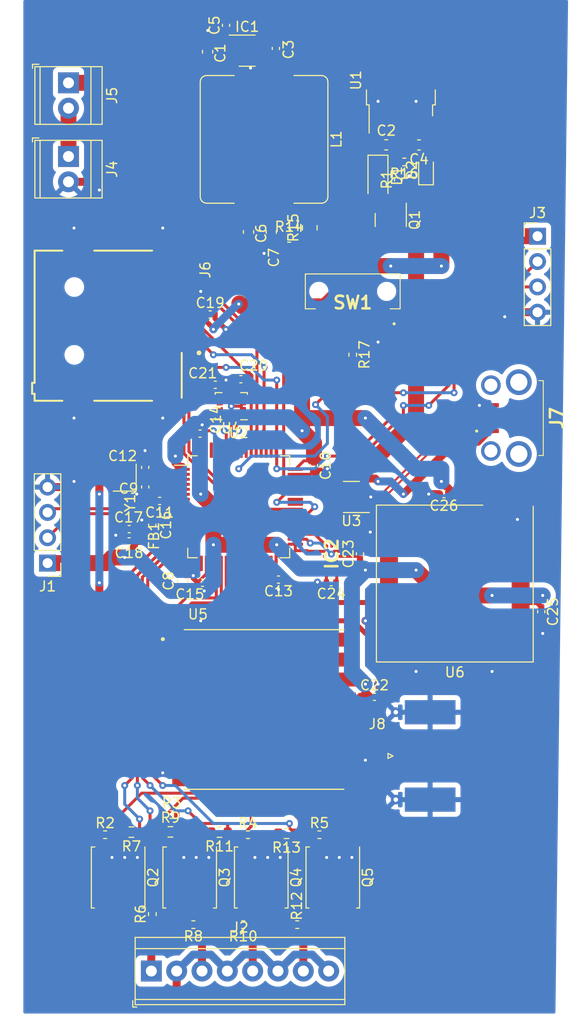
<source format=kicad_pcb>
(kicad_pcb (version 20211014) (generator pcbnew)
  (layers (0 "F.Cu" signal) (31 "B.Cu" signal) (34 "B.Paste" user) (35 "F.Paste" user) (36 "B.SilkS" user "B.Silkscreen") (37 "F.SilkS" user "F.Silkscreen") (38 "B.Mask" user) (39 "F.Mask" user) (44 "Edge.Cuts" user))
  (net 0 "")
  (net 1 "ARM")
  (net 2 "GND")
  (net 3 "Net-(C2-Pad1)")
  (net 4 "Net-(C3-Pad1)")
  (net 5 "Net-(C3-Pad2)")
  (net 6 "+3.3V")
  (net 7 "Net-(C5-Pad1)")
  (net 8 "+5V")
  (net 9 "/HSE_OUT")
  (net 10 "/NRST")
  (net 11 "/HSE_IN")
  (net 12 "Net-(C16-Pad1)")
  (net 13 "VBUS")
  (net 14 "Net-(D2-Pad1)")
  (net 15 "SPI2_SCK")
  (net 16 "SPI2_MOSI")
  (net 17 "SPI2_MISO")
  (net 18 "SPI2_NSS")
  (net 20 "I2C3_SDA")
  (net 21 "I2C3_SCL")
  (net 22 "PYRO1_SW")
  (net 23 "PYRO2_SW")
  (net 24 "PYRO3_SW")
  (net 25 "PYRO4_SW")
  (net 26 "SWDIO")
  (net 27 "SWCLK")
  (net 28 "BATT")
  (net 29 "/USB_D-")
  (net 30 "/USB_D+")
  (net 32 "Net-(J8-Pad1)")
  (net 33 "PYRO1")
  (net 34 "PYRO2")
  (net 35 "PYRO3")
  (net 36 "PYRO4")
  (net 37 "PYRO1_DET")
  (net 38 "PYRO2_DET")
  (net 39 "PYRO3_DET")
  (net 40 "PYRO4_DET")
  (net 41 "Net-(R14-Pad2)")
  (net 42 "/SW_BOOT0")
  (net 43 "/BOOT0")
  (net 44 "USB_ESD_D+")
  (net 50 "SPI1_NSS")
  (net 51 "SPI1_SCK")
  (net 52 "SPI1_MISO")
  (net 53 "SPI1_MOSI")
  (net 54 "RF_RESET")
  (net 55 "I2C2_SCL")
  (net 56 "I2C2_SDA")
  (net 58 "SDMMC_DET")
  (net 59 "SDMMC_D0")
  (net 60 "SDMMC_D1")
  (net 64 "USB_ESD_D-")
  (net 66 "SDMMC_D2")
  (net 67 "SDMMC_D3")
  (net 68 "SDMMC_CLK")
  (net 69 "SDMMC_CMD")
  (net 73 "I2C1_SCL")
  (net 74 "I2C1_SDA")
  (footprint "Capacitor_SMD:C_0603_1608Metric" (layer "F.Cu") (at 130.286118 105.222074 90)
    (fp_text reference "C8")
    (fp_text value "10u")
  )
  (footprint "Inductor_SMD:L_Bourns_SRR1260" (layer "F.Cu") (at 138.43 60.96 -90)
    (fp_text reference "L1")
    (fp_text value "6.8uH")
  )
  (footprint "Resistor_SMD:R_0402_1005Metric" (layer "F.Cu") (at 122.498222 130.664386)
    (fp_text reference "R2")
    (fp_text value "30.1k")
  )
  (footprint "Capacitor_SMD:C_0603_1608Metric" (layer "F.Cu") (at 153.96228 61.522787 180)
    (fp_text reference "C4")
    (fp_text value "10u")
  )
  (footprint "Resistor_SMD:R_0402_1005Metric" (layer "F.Cu") (at 151.893 64.98 90)
    (fp_text reference "R1")
    (fp_text value "30.1k")
  )
  (footprint "Capacitor_SMD:C_0402_1005Metric" (layer "F.Cu") (at 124.912355 100.034534 180)
    (fp_text reference "C17")
    (fp_text value "1u")
  )
  (footprint "Package_TO_SOT_SMD:TDSON-8-1" (layer "F.Cu") (at 138.148967 134.953405 -90)
    (fp_text reference "Q4")
    (fp_text value "CSD17578Q5A")
  )
  (footprint "Capacitor_SMD:C_0402_1005Metric" (layer "F.Cu") (at 166.222341 108.311645 -90)
    (fp_text reference "C25")
    (fp_text value "100n")
  )
  (footprint "Capacitor_SMD:C_0402_1005Metric" (layer "F.Cu") (at 133.026329 78.511153)
    (fp_text reference "C19")
    (fp_text value "100n")
  )
  (footprint "Resistor_SMD:R_0402_1005Metric" (layer "F.Cu") (at 141.760946 139.68 180)
    (fp_text reference "R12")
    (fp_text value "30.1k")
  )
  (footprint "Capacitor_SMD:C_0402_1005Metric" (layer "F.Cu") (at 126.5152 93.843241 90)
    (fp_text reference "C12")
    (fp_text value "10p")
  )
  (footprint "Capacitor_SMD:C_0402_1005Metric" (layer "F.Cu") (at 133.544585 85.563551)
    (fp_text reference "C21")
    (fp_text value "100n")
  )
  (footprint "Package_QFP:LQFP-64_10x10mm_P0.5mm" (layer "F.Cu") (at 135.89 97.79)
    (fp_text reference "U2")
    (fp_text value "STM32L486RGT7")
  )
  (footprint "Resistor_SMD:R_0402_1005Metric" (layer "F.Cu") (at 127.229309 138.619989 90)
    (fp_text reference "R6")
    (fp_text value "30.1k")
  )
  (footprint "Package_TO_SOT_SMD:SOT-23" (layer "F.Cu") (at 151.13 69.04 -90)
    (fp_text reference "Q1")
    (fp_text value "DMG2301L")
  )
  (footprint "Resistor_SMD:R_0603_1608Metric" (layer "F.Cu") (at 129.040805 130.380376)
    (fp_text reference "R9")
    (fp_text value "60k")
  )
  (footprint "Package_TO_SOT_SMD:TO-252-3_TabPin2" (layer "F.Cu") (at 152.145 55.035 90)
    (fp_text reference "U1")
    (fp_text value "LD39150DT33")
  )
  (footprint "Capacitor_SMD:C_0402_1005Metric" (layer "F.Cu") (at 127.220265 99.630524 90)
    (fp_text reference "C16")
    (fp_text value "10n")
  )
  (footprint "TerminalBlock_TE-Connectivity:TerminalBlock_TE_282834-2_1x02_P2.54mm_Horizontal" (layer "F.Cu") (at 118.824629 55.293349 -90)
    (fp_text reference "J5")
    (fp_text value "TB002-500-02BE")
  )
  (footprint "Connector_PinHeader_2.54mm:PinHeader_1x04_P2.54mm_Vertical" (layer "F.Cu") (at 116.725275 103.437187 180)
    (fp_text reference "J1")
    (fp_text value "PH1-04-UA")
  )
  (footprint "Resistor_SMD:R_0603_1608Metric" (layer "F.Cu") (at 140.67999 130.521272 180)
    (fp_text reference "R13")
    (fp_text value "60k")
  )
  (footprint "Connector_Coaxial:SMA_Molex_73251-1153_EdgeMount_Horizontal" (layer "F.Cu") (at 153.356085 122.766994 180)
    (fp_text reference "J8")
    (fp_text value "0732511151")
  )
  (footprint "Capacitor_SMD:C_0603_1608Metric" (layer "F.Cu") (at 150.681517 61.509865)
    (fp_text reference "C2")
    (fp_text value "10u")
  )
  (footprint "RF_GPS:ublox_SAM-M8Q" (layer "F.Cu") (at 157.553502 105.487799 -90)
    (fp_text reference "U6")
    (fp_text value "SAM-M8Q-0-10")
  )
  (footprint "Package_TO_SOT_SMD:TDSON-8-1" (layer "F.Cu") (at 123.801727 134.953405 -90)
    (fp_text reference "Q2")
    (fp_text value "CSD17578Q5A")
  )
  (footprint "Diode_SMD:D_SOD-123F" (layer "F.Cu") (at 149.850226 64.745994 -90)
    (fp_text reference "D1")
    (fp_text value "MBR1020VL")
  )
  (footprint "Package_TO_SOT_SMD:SOT-23-6" (layer "F.Cu") (at 147.1875 96.81 180)
    (fp_text reference "U3")
    (fp_text value "USBLC6-2SC6")
  )
  (footprint "Inductor_SMD:L_0201_0603Metric" (layer "F.Cu") (at 126.342585 100.714534 -90)
    (fp_text reference "FB1")
    (fp_text value "120R")
  )
  (footprint "Io_Footprints:BMP390" (layer "F.Cu") (at 145.219888 102.507622 -90)
    (fp_text reference "IC2")
    (fp_text value "BMP390" hide)
  )
  (footprint "Package_TO_SOT_SMD:TDSON-8-1" (layer "F.Cu") (at 130.975347 134.953405 -90)
    (fp_text reference "Q3")
    (fp_text value "CSD17578Q5A")
  )
  (footprint "Io_Footprints:MEM2075-00-140-01-A" (layer "F.Cu") (at 119.405275 79.164045 -90)
    (fp_text reference "J6")
    (fp_text value "MEM2075-00-140-01-A")
  )
  (footprint "Capacitor_SMD:C_0402_1005Metric" (layer "F.Cu") (at 145.160735 105.350768 180)
    (fp_text reference "C24")
    (fp_text value "100n")
  )
  (footprint "Package_TO_SOT_SMD:TDSON-8-1" (layer "F.Cu") (at 145.322588 134.953405 -90)
    (fp_text reference "Q5")
    (fp_text value "CSD17578Q5A")
  )
  (footprint "Resistor_SMD:R_0402_1005Metric" (layer "F.Cu") (at 129.164425 128.64)
    (fp_text reference "R3")
    (fp_text value "30.1k")
  )
  (footprint "Package_TO_SOT_SMD:TSOT-23-6" (layer "F.Cu") (at 136.735 52.07)
    (fp_text reference "IC1")
    (fp_text value "AP63300WU-7")
  )
  (footprint "Resistor_SMD:R_0402_1005Metric" (layer "F.Cu") (at 143.976126 130.664386)
    (fp_text reference "R5")
    (fp_text value "30.1k")
  )
  (footprint "Resistor_SMD:R_0603_1608Metric" (layer "F.Cu") (at 133.962742 130.404386 180)
    (fp_text reference "R11")
    (fp_text value "60k")
  )
  (footprint "Capacitor_SMD:C_0402_1005Metric" (layer "F.Cu") (at 126.518803 95.806505 -90)
    (fp_text reference "C9")
    (fp_text value "10p")
  )
  (footprint "Capacitor_SMD:C_0402_1005Metric" (layer "F.Cu") (at 143.440048 93.664744 -90)
    (fp_text reference "C10")
    (fp_text value "100n")
  )
  (footprint "Capacitor_SMD:C_0402_1005Metric" (layer "F.Cu") (at 148.048315 102.507621 90)
    (fp_text reference "C23")
    (fp_text value "100n")
  )
  (footprint "Resistor_SMD:R_0402_1005Metric" (layer "F.Cu") (at 147.32 82.55 -90)
    (fp_text reference "R17")
    (fp_text value "10k")
  )
  (footprint "Package_LGA:LGA-14_3x2.5mm_P0.5mm_LayoutBorder3x4y" (layer "F.Cu") (at 135.147282 87.707105 180)
    (fp_text reference "U4")
    (fp_text value "LSM6DSO32TR")
  )
  (footprint "Capacitor_SMD:C_0402_1005Metric" (layer "F.Cu") (at 132.262637 105.40641 180)
    (fp_text reference "C15")
    (fp_text value "100n")
  )
  (footprint "TerminalBlock_TE-Connectivity:TerminalBlock_TE_282834-8_1x08_P2.54mm_Horizontal" (layer "F.Cu") (at 127.128217 144.330498)
    (fp_text reference "J2")
    (fp_text value "TB002-500-08BE")
  )
  (footprint "Capacitor_SMD:C_0402_1005Metric" (layer "F.Cu") (at 139.876582 105.093006 180)
    (fp_text reference "C13")
    (fp_text value "100n")
  )
  (footprint "Capacitor_SMD:C_0402_1005Metric" (layer "F.Cu") (at 132.010816 90.455808)
    (fp_text reference "C14")
    (fp_text value "100n")
  )
  (footprint "Io_Footprints:LSSM1240PVTR" (layer "F.Cu") (at 147.32 76.2 180)
    (fp_text reference "SW1")
    (fp_text value "LSSM12-40-P-V-T/R" hide)
  )
  (footprint "Resistor_SMD:R_0402_1005Metric" (layer "F.Cu") (at 136.814816 130.664386)
    (fp_text reference "R4")
    (fp_text value "30.1k")
  )
  (footprint "Io_Footprints:KMMXBSMT35SB30TR" (layer "F.Cu") (at 163.972085 88.9 90)
    (fp_text reference "J7")
    (fp_text value "KMMX-BSMT35S-B30TR" hide)
  )
  (footprint "Io_Footprints:RFM95W-915S2" (layer "F.Cu") (at 138.43 118.11)
    (fp_text reference "U5")
    (fp_text value "RFM95W-915S2")
  )
  (footprint "Crystal:Crystal_SMD_2016-4Pin_2.0x1.6mm" (layer "F.Cu") (at 124.46 94.87 90)
    (fp_text reference "Y1")
    (fp_text value "ECS-400-10-37B2-CKM-TR")
  )
  (footprint "Resistor_SMD:R_0402_1005Metric" (layer "F.Cu") (at 131.344782 139.68 180)
    (fp_text reference "R8")
    (fp_text value "30.1k")
  )
  (footprint "Resistor_SMD:R_0603_1608Metric" (layer "F.Cu") (at 125.134261 130.404387 180)
    (fp_text reference "R7")
    (fp_text value "60k")
  )
  (footprint "Capacitor_SMD:C_0402_1005Metric" (layer "F.Cu") (at 149.5 116.84)
    (fp_text reference "C22")
    (fp_text value "100n")
  )
  (footprint "LED_SMD:LED_0603_1608Metric" (layer "F.Cu") (at 154.668757 64.031208 90)
    (fp_text reference "D2")
    (fp_text value "LTST-C190KRKT")
  )
  (footprint "Capacitor_SMD:C_0402_1005Metric" (layer "F.Cu") (at 156.464552 96.52 180)
    (fp_text reference "C26")
    (fp_text value "100n")
  )
  (footprint "Resistor_SMD:R_0402_1005Metric" (layer "F.Cu") (at 152.491494 63.224106 180)
    (fp_text reference "R16")
    (fp_text value "1.5k")
  )
  (footprint "Capacitor_SMD:C_0402_1005Metric" (layer "F.Cu") (at 136.106722 85.006738 180)
    (fp_text reference "C20")
    (fp_text value "100n")
  )
  (footprint "Capacitor_SMD:C_0603_1608Metric" (layer "F.Cu") (at 139.157196 70.242393 -90)
    (fp_text reference "C7")
    (fp_text value "22u")
  )
  (footprint "Capacitor_SMD:C_0402_1005Metric" (layer "F.Cu") (at 127.958338 97.205357 180)
    (fp_text reference "C11")
    (fp_text value "100n")
  )
  (footprint "Connector_PinHeader_2.54mm:PinHeader_1x04_P2.54mm_Vertical" (layer "F.Cu") (at 165.846085 70.668217)
    (fp_text reference "J3")
    (fp_text value "PH1-04-UA")
  )
  (footprint "Capacitor_SMD:C_0603_1608Metric" (layer "F.Cu") (at 136.872197 70.242394 -90)
    (fp_text reference "C6")
    (fp_text value "22u")
  )
  (footprint "Capacitor_SMD:C_0402_1005Metric" (layer "F.Cu") (at 134.62 49.53 90)
    (fp_text reference "C5")
    (fp_text value "47p")
  )
  (footprint "Resistor_SMD:R_0402_1005Metric" (layer "F.Cu") (at 140.948806 70.885353)
    (fp_text reference "R14")
    (fp_text value "30.1k")
  )
  (footprint "Capacitor_SMD:C_0603_1608Metric" (layer "F.Cu") (at 132.769354 52.178202 90)
    (fp_text reference "C1")
    (fp_text value "10u")
  )
  (footprint "TerminalBlock_TE-Connectivity:TerminalBlock_TE_282834-2_1x02_P2.54mm_Horizontal" (layer "F.Cu") (at 118.824629 62.67635 -90)
    (fp_text reference "J4")
    (fp_text value "TB002-500-02BE")
  )
  (footprint "Resistor_SMD:R_0402_1005Metric" (layer "F.Cu") (at 136.339737 139.68 180)
    (fp_text reference "R10")
    (fp_text value "30.1k")
  )
  (footprint "Capacitor_SMD:C_0402_1005Metric" (layer "F.Cu") (at 139.612318 51.845053 90)
    (fp_text reference "C3")
    (fp_text value "100n")
  )
  (footprint "Capacitor_SMD:C_0402_1005Metric" (layer "F.Cu") (at 124.900274 101.260686 180)
    (fp_text reference "C18")
    (fp_text value "1u")
  )
  (footprint "Resistor_SMD:R_0805_2012Metric" (layer "F.Cu") (at 143.011172 69.818866 90)
    (fp_text reference "R15")
    (fp_text value "158k")
  )
  (segment (start 125.046651 55.293349) (end 130.429207 55.293349) (width 1.6) (layer "F.Cu") (net 1))
  (segment (start 121.92 105.41) (end 121.92 128.27) (width 0.8) (layer "F.Cu") (net 1))
  (segment (start 135.5975 53.02) (end 132.95 53.02) (width 0.8) (layer "F.Cu") (net 1))
  (segment (start 118.824629 55.293349) (end 125.046651 55.293349) (width 1.6) (layer "F.Cu") (net 1))
  (segment (start 121.92 128.27) (end 119.38 130.81) (width 0.8) (layer "F.Cu") (net 1))
  (segment (start 125.046651 64.327563) (end 125.046651 55.293349) (width 0.8) (layer "F.Cu") (net 1))
  (segment (start 119.38 139.882281) (end 124.46 144.962281) (width 0.8) (layer "F.Cu") (net 1))
  (segment (start 121.92 67.454214) (end 125.046651 64.327563) (width 0.8) (layer "F.Cu") (net 1))
  (segment (start 130.429207 55.293349) (end 132.769354 52.953202) (width 1.6) (layer "F.Cu") (net 1))
  (segment (start 124.46 147.32) (end 128.27 147.32) (width 0.8) (layer "F.Cu") (net 1))
  (segment (start 121.92 96.52) (end 121.92 67.454214) (width 0.8) (layer "F.Cu") (net 1))
  (segment (start 128.27 147.32) (end 129.668217 145.921783) (width 0.8) (layer "F.Cu") (net 1))
  (segment (start 132.95 53.02) (end 132.855 52.925) (width 0.8) (layer "F.Cu") (net 1))
  (segment (start 124.46 144.962281) (end 124.46 147.32) (width 0.8) (layer "F.Cu") (net 1))
  (segment (start 135.5975 52.07) (end 135.5975 53.02) (width 0.8) (layer "F.Cu") (net 1))
  (segment (start 129.668217 145.921783) (end 129.668217 144.330498) (width 0.8) (layer "F.Cu") (net 1))
  (segment (start 119.38 130.81) (end 119.38 139.882281) (width 0.8) (layer "F.Cu") (net 1))
  (via (at 121.92 96.52) (size 0.7) (drill 0.3) (layers "F.Cu" "B.Cu") (net 1))
  (via (at 121.92 105.41) (size 0.7) (drill 0.3) (layers "F.Cu" "B.Cu") (net 1))
  (segment (start 121.92 96.52) (end 121.92 105.41) (width 0.8) (layer "B.Cu") (net 1))
  (segment (start 143.258217 142.680498) (end 144.908217 144.330498) (width 0.8) (layer "B.Cu") (net 1))
  (segment (start 134.748217 144.330497) (end 136.398217 142.680498) (width 0.8) (layer "B.Cu") (net 1))
  (segment (start 138.178217 142.680498) (end 139.828217 144.330498) (width 0.8) (layer "B.Cu") (net 1))
  (segment (start 133.098217 142.680498) (end 131.318217 142.680498) (width 0.8) (layer "B.Cu") (net 1))
  (segment (start 134.748217 144.330497) (end 133.098217 142.680498) (width 0.8) (layer "B.Cu") (net 1))
  (segment (start 139.828217 144.330498) (end 141.478217 142.680498) (width 0.8) (layer "B.Cu") (net 1))
  (segment (start 141.478217 142.680498) (end 143.258217 142.680498) (width 0.8) (layer "B.Cu") (net 1))
  (segment (start 131.318217 142.680498) (end 129.668217 144.330498) (width 0.8) (layer "B.Cu") (net 1))
  (segment (start 136.398217 142.680498) (end 138.178217 142.680498) (width 0.8) (layer "B.Cu") (net 1))
  (segment (start 154.94 98.174297) (end 155.653502 98.887799) (width 0.8) (layer "F.Cu") (net 2))
  (segment (start 126.5152 93.363241) (end 125.816759 93.363241) (width 0.3) (layer "F.Cu") (net 2))
  (segment (start 150.953502 101.687799) (end 148.677799 101.687799) (width 0.8) (layer "F.Cu") (net 2))
  (segment (start 152.145 59.235) (end 152.145 60.705) (width 1.6) (layer "F.Cu") (net 2))
  (segment (start 144.486126 131.851943) (end 144.687588 132.053405) (width 0.3) (layer "F.Cu") (net 2))
  (segment (start 125.816759 93.363241) (end 125.01 94.17) (width 0.3) (layer "F.Cu") (net 2))
  (segment (start 138.793229 132.062667) (end 138.783967 132.053405) (width 0.8) (layer "F.Cu") (net 2))
  (segment (start 129.674425 130.188995) (end 129.865805 130.380376) (width 0.3) (layer "F.Cu") (net 2))
  (segment (start 163.83 99.06) (end 161.525703 99.06) (width 0.8) (layer "F.Cu") (net 2))
  (segment (start 152.145 60.705) (end 152.4 60.96) (width 1.6) (layer "F.Cu") (net 2))
  (segment (start 165.846085 78.288217) (end 163.082493 78.288217) (width 0.8) (layer "F.Cu") (net 2))
  (segment (start 130.73 110.57) (end 132.08 109.22) (width 0.8) (layer "F.Cu") (net 2))
  (segment (start 147.227588 132.936851) (end 147.233411 132.942674) (width 0.8) (layer "F.Cu") (net 2))
  (segment (start 130.86932 76.2) (end 130.825275 76.244045) (width 0.5) (layer "F.Cu") (net 2))
  (segment (start 118.824629 65.21635) (end 121.09635 65.21635) (width 0.8) (layer "F.Cu") (net 2))
  (segment (start 139.14 103.465) (end 139.14 104.836424) (width 0.3) (layer "F.Cu") (net 2))
  (segment (start 132.64 104.506082) (end 131.782637 105.363445) (width 0.3) (layer "F.Cu") (net 2))
  (segment (start 154.94 96.52) (end 154.94 98.174297) (width 0.8) (layer "F.Cu") (net 2))
  (segment (start 125.898649 96.286505) (end 126.518803 96.286505) (width 0.25) (layer "F.Cu") (net 2))
  (segment (start 124.436727 132.053405) (end 124.436727 130.531852) (width 0.25) (layer "F.Cu") (net 2))
  (segment (start 154.94 96.52) (end 155.984552 96.52) (width 0.8) (layer "F.Cu") (net 2))
  (segment (start 127.220265 99.150524) (end 127.850353 99.150524) (width 0.3) (layer "F.Cu") (net 2))
  (segment (start 127.850353 99.150524) (end 128.239829 99.54) (width 0.3) (layer "F.Cu") (net 2))
  (segment (start 116.725275 95.817187) (end 118.812813 95.817187) (width 0.8) (layer "F.Cu") (net 2))
  (segment (start 151.905 57.135) (end 149.86 57.135) (width 1.6) (layer "F.Cu") (net 2))
  (segment (start 148.59 109.22) (end 150.885703 109.22) (width 0.8) (layer "F.Cu") (net 2))
  (segment (start 138.793229 132.942674) (end 138.793229 132.062667) (width 0.8) (layer "F.Cu") (net 2))
  (segment (start 139.876582 106.090185) (end 139.24 105.453603) (width 0.5) (layer "F.Cu") (net 2))
  (segment (start 152.385 57.135) (end 153.67 57.135) (width 1.6) (layer "F.Cu") (net 2))
  (segment (start 144.495256 94.264744) (end 143.440048 94.264744) (width 0.8) (layer "F.Cu") (net 2))
  (segment (start 128.27 88.9) (end 128.27 88.26932) (width 0.8) (layer "F.Cu") (net 2))
  (segment (start 131.335337 104.689837) (end 130.528881 104.689837) (width 0.5) (layer "F.Cu") (net 2))
  (segment (start 144.719888 103.269622) (end 144.719888 103.729356) (width 0.3) (layer "F.Cu") (net 2))
  (segment (start 139.85499 131.854428) (end 140.053967 132.053405) (width 0.3) (layer "F.Cu") (net 2))
  (segment (start 135.122282 86.09817) (end 135.122282 86.794605) (width 0.3) (layer "F.Cu") (net 2))
  (segment (start 132.08 76.2) (end 130.86932 76.2) (width 0.5) (layer "F.Cu") (net 2))
  (segment (start 141.565 94.54) (end 143.044792 94.54) (width 0.3) (layer "F.Cu") (net 2))
  (segment (start 134.647282 85.62317) (end 135.122282 86.09817) (width 0.3) (layer "F.Cu") (net 2))
  (segment (start 137.073316 53.804516) (end 137.807832 53.07) (width 0.8) (layer "F.Cu") (net 2))
  (segment (start 128.27 88.26932) (end 128.825275 87.714045) (width 0.8) (layer "F.Cu") (net 2))
  (segment (start 125.73 132.942674) (end 125.73 132.076678) (width 0.8) (layer "F.Cu") (net 2))
  (segment (start 126.518803 96.286505) (end 126.559486 96.286505) (width 0.25) (layer "F.Cu") (net 2))
  (segment (start 151.456517 62.699129) (end 151.981494 63.224106) (width 0.8) (layer "F.Cu") (net 2))
  (segment (start 130.08 124.46) (end 130.73 125.11) (width 0.8) (layer "F.Cu") (net 2))
  (segment (start 149.076636 101.288962) (end 148.677799 101.687799) (width 0.8) (layer "F.Cu") (net 2))
  (segment (start 125.706727 132.053405) (end 125.706727 131.801852) (width 0.25) (layer "F.Cu") (net 2))
  (segment (start 140.438806 70.885353) (end 139.289236 70.885353) (width 0.8) (layer "F.Cu") (net 2))
  (segment (start 155.984552 96.52) (end 155.984552 98.556749) (width 0.5) (layer "F.Cu") (net 2))
  (segment (start 123.91 95.97) (end 124.46 96.52) (width 0.3) (layer "F.Cu") (net 2))
  (segment (start 152.959298 64.60504) (end 152.02804 64.60504) (width 0.8) (layer "F.Cu") (net 2))
  (segment (start 119.38 88.9) (end 119.38 88.15932) (width 0.8) (layer "F.Cu") (net 2))
  (segment (start 128.27 124.46) (end 130.08 124.46) (width 0.8) (layer "F.Cu") (net 2))
  (segment (start 136.059782 87.707105) (end 136.309782 87.457105) (width 0.3) (layer "F.Cu") (net 2))
  (segment (start 152.145 56.895) (end 152.385 57.135) (width 1.6) (layer "F.Cu") (net 2))
  (segment (start 126.172396 99.115299) (end 127.18504 99.115299) (width 0.5) (layer "F.Cu") (net 2))
  (segment (start 124.46 132.076678) (end 124.436727 132.053405) (width 0.8) (layer "F.Cu") (net 2))
  (segment (start 152.145 56.895) (end 152.145 59.235) (width 1.6) (layer "F.Cu") (net 2))
  (segment (start 133.137742 130.404386) (end 133.137742 131.79601) (width 0.3) (layer "F.Cu") (net 2))
  (segment (start 123.565941 100.642621) (end 123.824268 100.642621) (width 0.5) (layer "F.Cu") (net 2))
  (segment (start 132.490816 90.455808) (end 132.64 90.604992) (width 0.3) (layer "F.Cu") (net 2))
  (segment (start 123.824268 100.642621) (end 124.432355 100.034534) (width 0.5) (layer "F.Cu") (net 2))
  (segment (start 131.782637 105.363445) (end 131.782637 105.40641) (width 0.3) (layer "F.Cu") (net 2))
  (segment (start 134.62 85.09) (end 135.54346 85.09) (width 0.3) (layer "F.Cu") (net 2))
  (segment (start 137.515808 132.942674) (end 137.515808 132.055246) (width 0.8) (layer "F.Cu") (net 2))
  (segment (start 129.690739 130.404386) (end 129.690738 131.403797) (width 0.3) (layer "F.Cu") (net 2))
  (segment (start 139.289236 70.885353) (end 139.157196 71.017393) (width 0.8) (layer "F.Cu") (net 2))
  (segment (start 153.753502 97.706498) (end 154.94 96.52) (width 0.8) (layer "F.Cu") (net 2))
  (segment (start 160.05 87.6) (end 160.02 87.63) (width 0.3) (layer "F.Cu") (net 2))
  (segment (start 153.67 113.51) (end 153.753502 113.426498) (width 0.8) (layer "F.Cu") (net 2))
  (segment (start 140.053967 132.053405) (end 140.053967 132.942581) (width 0.8) (layer "F.Cu") (net 2))
  (segment (start 161.525703 99.06) (end 161.353502 98.887799) (width 0.8) (layer "F.Cu") (net 2))
  (segment (start 131.335337 104.95911) (end 131.782637 105.40641) (width 0.5) (layer "F.Cu") (net 2))
  (segment (start 163.082493 78.288217) (end 162.595355 78.775355) (width 0.8) (layer "F.Cu") (net 2))
  (segment (start 133.506329 78.914667) (end 134.599771 80.008109) (width 0.5) (layer "F.Cu") (net 2))
  (segment (start 153.753502 98.887799) (end 153.753502 97.706498) (width 0.8) (layer "F.Cu") (net 2))
  (segment (start 125.665154 96.52) (end 125.898649 96.286505) (width 0.25) (layer "F.Cu") (net 2))
  (segment (start 153.753502 112.087799) (end 153.753502 113.426498) (width 0.8) (layer "F.Cu") (net 2))
  (segment (start 129.690738 131.403797) (end 130.340347 132.053405) (width 0.3) (layer "F.Cu") (net 2))
  (segment (start 148.51 123.11) (end 148.59 123.19) (width 0.8) (layer "F.Cu") (net 2))
  (segment (start 130.528881 104.689837) (end 130.286118 104.447074) (width 0.5) (layer "F.Cu") (net 2))
  (segment (start 144.680735 103.768509) (end 144.680735 105.350768) (width 0.3) (layer "F.Cu") (net 2))
  (segment (start 132.785944 51.386612) (end 132.769354 51.403202) (width 0.8) (layer "F.Cu") (net 2))
  (segment (start 133.506329 78.511153) (end 133.506329 78.914667) (width 0.5) (layer "F.Cu") (net 2))
  (segment (start 139.85499 130.521272) (end 139.85499 131.854428) (width 0.3) (layer "F.Cu") (net 2))
  (segment (start 147.227588 132.053405) (end 147.227588 132.936851) (width 0.8) (layer "F.Cu") (net 2))
  (segment (start 126.285308 96.52) (end 126.518803 96.286505) (width 0.3) (layer "F.Cu") (net 2))
  (segment (start 134.024585 85.563551) (end 134.146449 85.563551) (width 0.3) (layer "F.Cu") (net 2))
  (segment (start 144.687588 132.053405) (end 144.687588 132.9239) (width 0.8) (layer "F.Cu") (net 2))
  (segment (start 144.486125 130.664386) (end 144.486126 131.851943) (width 0.3) (layer "F.Cu") (net 2))
  (segment (start 145.179622 103.269622) (end 144.680735 103.768509) (width 0.3) (layer "F.Cu") (net 2))
  (segment (start 133.137742 131.79601) (end 132.880347 132.053405) (width 0.3) (layer "F.Cu") (net 2))
  (segment (start 132.785944 50.046034) (end 132.785944 51.386612) (width 0.8) (layer "F.Cu") (net 2))
  (segment (start 150.020001 115.730001) (end 150.020001 116.84) (width 0.8) (layer "F.Cu") (net 2))
  (segment (start 152.145 56.895) (end 151.905 57.135) (width 1.6) (layer "F.Cu") (net 2))
  (segment (start 137.324816 131.864254) (end 137.513967 132.053405) (width 0.3) (layer "F.Cu") (net 2))
  (segment (start 128.27 71.00877) (end 128.825275 71.564045) (width 0.8) (layer "F.Cu") (net 2))
  (segment (start 145.719888 101.745622) (end 147.766316 101.745622) (width 0.3) (layer "F.Cu") (net 2))
  (segment (start 146.13 123.11) (end 148.51 123.11) (width 0.8) (layer "F.Cu") (net 2))
  (segment (start 161.29 112.151301) (end 161.353502 112.087799) (width 0.8) (layer "F.Cu") (net 2))
  (segment (start 136.309782 87.957105) (end 136.309782 88.457105) (width 0.3) (layer "F.Cu") (net 2))
  (segment (start 151.981494 62.728573) (end 153.18728 61.522787) (width 0.8) (layer "F.Cu") (net 2))
  (segment (start 132.889407 132.942674) (end 132.889407 132.062465) (width 0.8) (layer "F.Cu") (net 2))
  (segment (start 130.215 99.54) (end 128.239829 99.54) (width 0.3) (layer "F.Cu") (net 2))
  (segment (start 138.327393 71.017393) (end 139.157196 71.017393) (width 0.8) (layer "F.Cu") (net 2))
  (segment (start 164.153502 109.287799) (end 165.167799 109.287799) (width 0.5) (layer "F.Cu") (net 2))
  (segment (start 139.24 105.453603) (end 139.24 104.936424) (width 0.5) (layer "F.Cu") (net 2))
  (segment (start 119.38 71.11877) (end 119.825275 71.564045) (width 0.8) (layer "F.Cu") (net 2))
  (segment (start 126.559486 96.286505) (end 127.478338 97.205357) (width 0.25) (layer "F.Cu") (net 2))
  (segment (start 119.38 69.85) (end 119.38 71.11877) (width 0.8) (layer "F.Cu") (net 2))
  (segment (start 150.885703 109.22) (end 150.953502 109.287799) (width 0.8) (layer "F.Cu") (net 2))
  (segment (start 132.776624 90.17) (end 132.490816 90.455808) (width 0.3) (layer "F.Cu") (net 2))
  (segment (start 144.78 93.98) (end 144.495256 94.264744) (width 0.8) (layer "F.Cu") (net 2))
  (segment (start 135.54346 85.09) (end 135.626722 85.006738) (width 0.3) (layer "F.Cu") (net 2))
  (segment (start 143.044792 94.54) (end 143.440048 94.144744) (width 0.3) (layer "F.Cu") (net 2))
  (segment (start 144.687588 132.9239) (end 144.706362 132.942674) (width 0.8) (layer "F.Cu") (net 2))
  (segment (start 151.456517 61.509865) (end 151.456517 62.699129) (width 0.8) (layer "F.Cu") (net 2))
  (segment (start 149.82 81.24) (end 149.86 81.28) (width 0.5) (layer "F.Cu") (net 2))
  (segment (start 134.146449 85.563551) (end 134.62 85.09) (width 0.3) (layer "F.Cu") (net 2))
  (segment (start 137.324816 130.664385) (end 137.324816 131.864254) (width 0.3) (layer "F.Cu") (net 2))
  (segment (start 165.726187 109.287799) (end 166.222341 108.791645) (width 0.5) (layer "F.Cu") (net 2))
  (segment (start 155.984552 98.556749) (end 155.653502 98.887799) (width 0.5) (layer "F.Cu") (net 2))
  (segment (start 123.565941 100.642621) (end 123.802209 100.642621) (width 0.5) (layer "F.Cu") (net 2))
  (segment (start 163.83 101.364297) (end 164.153502 101.687799) (width 0.8) (layer "F.Cu") (net 2))
  (segment (start 125.665154 96.52) (end 126.271274 96.52) (width 0.3) (layer "F.Cu") (net 2))
  (segment (start 147.766316 101.745622) (end 148.048315 102.027621) (width 0.3) (layer "F.Cu") (net 2))
  (segment (start 123.91 95.57) (end 123.91 95.97) (width 0.3) (layer "F.Cu") (net 2))
  (segment (start 130.384335 132.942674) (end 130.384335 132.097393) (width 0.8) (layer "F.Cu") (net 2))
  (segment (start 131.628576 132.071634) (end 131.610347 132.053405) (width 0.8) (layer "F.Cu") (net 2))
  (segment (start 151.981494 63.224106) (end 151.981494 64.381506) (width 0.8) (layer "F.Cu") (net 2))
  (segment (start 123.802209 100.642621) (end 124.420274 101.260686) (width 0.5) (layer "F.Cu") (net 2))
  (segment (start 144.719888 103.729356) (end 144.680735 103.768509) (width 0.3) (layer "F.Cu") (net 2))
  (segment (start 166.37 110.49) (end 165.167799 109.287799) (width 0.5) (layer "F.Cu") (net 2))
  (segment (start 124.46 132.942674) (end 124.46 132.076678) (width 0.8) (layer "F.Cu") (net 2))
  (segment (start 133.35 90.17) (end 132.776624 90.17) (width 0.3) (layer "F.Cu") (net 2))
  (segment (start 137.807832 53.07) (end 137.8725 53.07) (width 0.8) (layer "F.Cu") (net 2))
  (segment (start 138.43 71.12) (end 138.327393 71.017393) (width 0.8) (layer "F.Cu") (net 2))
  (segment (start 128.27 69.85) (end 128.27 71.00877) (width 0.8) (layer "F.Cu") (net 2))
  (segment (start 152.02804 64.60504) (end 151.893 64.47) (width 0.8) (layer "F.Cu") (net 2))
  (segment (start 118.812813 95.817187) (end 119.38 95.25) (width 0.8) (layer "F.Cu") (net 2))
  (segment (start 149.126568 96.81) (end 148.325 96.81) (width 0.5) (layer "F.Cu") (net 2))
  (segment (start 132.64 103.465) (end 132.64 104.506082) (width 0.3) (layer "F.Cu") (net 2))
  (segment (start 123.166727 130.822891) (end 123.008222 130.664386) (width 0.25) (layer "F.Cu") (net 2))
  (segment (start 123.184327 132.942674) (end 123.184327 132.071005) (width 0.8) (layer "F.Cu") (net 2))
  (segment (start 119.38 88.15932) (end 119.825275 87.714045) (width 0.8) (layer "F.Cu") (net 2))
  (segment (start 138.43 72.39) (end 138.43 71.12) (width 0.8) (layer "F.Cu") (net 2))
  (segment (start 135.147282 87.707105) (end 136.059782 87.707105) (width 0.3) (layer "F.Cu") (net 2))
  (segment (start 124.436727 130.531852) (end 124.309261 130.404386) (width 0.25) (layer "F.Cu") (net 2))
  (segment (start 129.674425 128.64) (end 129.674425 130.188995) (width 0.3) (layer "F.Cu") (net 2))
  (segment (start 123.91 95.57) (end 123.95 95.57) (width 0.3) (layer "F.Cu") (net 2))
  (segment (start 124.46 96.52) (end 126.285308 96.52) (width 0.3) (layer "F.Cu") (net 2))
  (segment (start 151.981494 62.728573) (end 151.981494 60.868506) (width 0.8) (layer "F.Cu") (net 2))
  (segment (start 161.29 114.3) (end 161.29 112.151301) (width 0.8) (layer "F.Cu") (net 2))
  (segment (start 153.67 114.3) (end 153.67 113.51) (width 0.8) (layer "F.Cu") (net 2))
  (segment (start 123.166727 132.053405) (end 123.166727 130.822891) (width 0.25) (layer "F.Cu") (net 2))
  (segment (start 132.64 90.604992) (end 132.64 92.115) (width 0.3) (layer "F.Cu") (net 2))
  (segment (start 139.14 104.836424) (end 139.396582 105.093006) (width 0.3) (layer "F.Cu") (net 2))
  (segment (start 121.09635 65.21635) (end 121.92 66.04) (width 0.8) (layer "F.Cu") (net 2))
  (segment (start 148.677799 101.687799) (end 148.388137 101.687799) (width 0.8) (layer "F.Cu") (net 2))
  (segment (start 161.297085 87.6) (end 160.05 87.6) (width 0.3) (layer "F.Cu") (net 2))
  (segment (start 152.145 52.935) (end 152.145 56.895) (width 1.6) (layer "F.Cu") (net 2))
  (segment (start 149.86 115.57) (end 150.020001 115.730001) (width 0.8) (layer "F.Cu") (net 2))
  (segment (start 134.647282 86.794606) (end 134.647282 85.62317) (width 0.3) (layer "F.Cu") (net 2))
  (segment (start 132.889407 132.062465) (end 132.880347 132.053405) (width 0.8) (layer "F.Cu") (net 2))
  (segment (start 151.981494 60.868506) (end 152.145 60.705) (width 0.8) (layer "F.Cu") (net 2))
  (segment (start 125.73 132.076678) (end 125.706727 132.053405) (width 0.8) (layer "F.Cu") (net 2))
  (segment (start 136.309782 87.957105) (end 136.059782 87.707105) (width 0.3) (layer "F.Cu") (net 2))
  (segment (start 165.726187 109.287799) (end 164.153502 109.287799) (width 0.5) (layer "F.Cu") (net 2))
  (segment (start 130.73 111.11) (end 130.73 110.57) (width 0.8) (layer "F.Cu") (net 2))
  (segment (start 131.335337 104.689837) (end 131.335337 104.95911) (width 0.5) (layer "F.Cu") (net 2))
  (segment (start 151.981494 64.381506) (end 151.893 64.47) (width 0.8) (layer "F.Cu") (net 2))
  (segment (start 140.053967 132.942581) (end 140.05406 132.942674) (width 0.8) (layer "F.Cu") (net 2))
  (segment (start 127.18504 99.115299) (end 127.220265 99.150524) (width 0.5) (layer "F.Cu") (net 2))
  (segment (start 134.647282 85.117282) (end 134.62 85.09) (width 0.3) (layer "F.Cu") (net 2))
  (segment (start 149.82 78.95) (end 149.82 81.24) (width 0.5) (layer "F.Cu") (net 2))
  (segment (start 145.957588 132.053405) (end 145.957588 132.927682) (width 0.8) (layer "F.Cu") (net 2))
  (segment (start 165.167799 109.287799) (end 165.726187 109.287799) (width 0.5) (layer "F.Cu") (net 2))
  (segment (start 136.872197 71.017394) (end 138.327393 71.017393) (width 0.8) (layer "F.Cu") (net 2))
  (segment (start 125.01 94.17) (end 125.01 94.47) (width 0.3) (layer "F.Cu") (net 2))
  (segment (start 126.5152 92.269458) (end 126.5152 93.363241) (width 0.3) (layer "F.Cu") (net 2))
  (segment (start 145.957588 132.927682) (end 145.97258 132.942674) (width 0.8) (layer "F.Cu") (net 2))
  (segment (start 151.981494 63.224106) (end 151.981494 62.728573) (width 0.8) (layer "F.Cu") (net 2))
  (segment (start 125.706727 131.801852) (end 124.309261 130.404386) (width 0.25) (layer "F.Cu") (net 2))
  (segment (start 149.076636 100.33) (end 149.076636 101.288962) (width 0.8) (layer "F.Cu") (net 2))
  (segment (start 130.384335 132.097393) (end 130.340347 132.053405) (width 0.8) (layer "F.Cu") (net 2))
  (segment (start 137.515808 132.055246) (end 137.513967 132.053405) (width 0.8) (layer "F.Cu") (net 2))
  (segment (start 134.647282 85.62317) (end 134.647282 85.117282) (width 0.3) (layer "F.Cu") (net 2))
  (segment (start 163.83 99.06) (end 163.83 101.364297) (width 0.8) (layer "F.Cu") (net 2))
  (segment (start 123.184327 132.071005) (end 123.166727 132.053405) (width 0.8) (layer "F.Cu") (net 2))
  (segment (start 148.388137 101.687799) (end 148.048315 102.027621) (width 0.8) (layer "F.Cu") (net 2))
  (segment (start 131.628576 132.942674) (end 131.628576 132.071634) (width 0.8) (layer "F.Cu") (net 2))
  (via (at 119.38 95.25) (size 0.7) (drill 0.3) (layers "F.Cu" "B.Cu") (net 2))
  (via (at 126.498469 92.158898) (size 0.7) (drill 0.3) (layers "F.Cu" "B.Cu") (net 2))
  (via (at 134.62 85.09) (size 0.7) (drill 0.3) (layers "F.Cu" "B.Cu") (net 2))
  (via (at 123.565941 100.642621) (size 0.7) (drill 0.3) (layers "F.Cu" "B.Cu") (net 2))
  (via (at 125.73 132.942674) (size 0.7) (drill 0.3) (layers "F.Cu" "B.Cu") (net 2))
  (via (at 130.384335 132.942674) (size 0.7) (drill 0.3) (layers "F.Cu" "B.Cu") (net 2))
  (via (at 147.233411 132.942674) (size 0.7) (drill 0.3) (layers "F.Cu" "B.Cu") (net 2))
  (via (at 148.59 123.19) (size 0.7) (drill 0.3) (layers "F.Cu" "B.Cu") (net 2))
  (via (at 123.184327 132.942674) (size 0.7) (drill 0.3) (layers "F.Cu" "B.Cu") (net 2))
  (via (at 162.56 78.74) (size 0.7) (drill 0.3) (layers "F.Cu" "B.Cu") (net 2))
  (via (at 125.665154 96.52) (size 0.7) (drill 0.3) (layers "F.Cu" "B.Cu") (net 2))
  (via (at 119.38 69.85) (size 0.7) (drill 0.3) (layers "F.Cu" "B.Cu") (net 2))
  (via (at 138.793229 132.942674) (size 0.7) (drill 0.3) (layers "F.Cu" "B.Cu") (net 2))
  (via (at 152.959298 64.60504) (size 0.7) (drill 0.3) (layers "F.Cu" "B.Cu") (net 2))
  (via (at 166.37 110.49) (size 0.7) (drill 0.3) (layers "F.Cu" "B.Cu") (net 2))
  (via (at 153.67 57.15) (size 0.7) (drill 0.3) (layers "F.Cu" "B.Cu") (net 2))
  (via (at 128.27 69.85) (size 0.7) (drill 0.3) (layers "F.Cu" "B.Cu") (net 2))
  (via (at 143.782811 105.336267) (size 0.7) (drill 0.3) (layers "F.Cu" "B.Cu") (net 2))
  (via (at 139.876582 106.090185) (size 0.7) (drill 0.3) (layers "F.Cu" "B.Cu") (net 2))
  (via (at 149.076636 100.33) (size 0.7) (drill 0.3) (layers "F.Cu" "B.Cu") (net 2))
  (via (at 132.08 109.22) (size 0.7) (drill 0.3) (layers "F.Cu" "B.Cu") (net 2))
  (via (at 163.83 99.06) (size 0.7) (drill 0.3) (layers "F.Cu" "B.Cu") (net 2))
  (via (at 132.889407 132.942674) (size 0.7) (drill 0.3) (layers "F.Cu" "B.Cu") (net 2))
  (via (at 154.94 96.52) (size 0.7) (drill 0.3) (layers "F.Cu" "B.Cu") (net 2))
  (via (at 138.43 72.39) (size 0.7) (drill 0.3) (layers "F.Cu" "B.Cu") (net 2))
  (via (at 131.335337 104.689837) (size 0.7) (drill 0.3) (layers "F.Cu" "B.Cu") (net 2))
  (via (at 160.02 87.63) (size 0.7) (drill 0.3) (layers "F.Cu" "B.Cu") (net 2))
  (via (at 161.29 114.3) (size 0.7) (drill 0.3) (layers "F.Cu" "B.Cu") (net 2))
  (via (at 128.27 88.9) (size 0.7) (drill 0.3) (layers "F.Cu" "B.Cu") (net 2))
  (via (at 148.59 109.22) (size 0.7) (drill 0.3) (layers "F.Cu" "B.Cu") (net 2))
  (via (at 145.97258 132.942674) (size 0.7) (drill 0.3) (layers "F.Cu" "B.Cu") (net 2))
  (via (at 144.706362 132.942674) (size 0.7) (drill 0.3) (layers "F.Cu" "B.Cu") (net 2))
  (via (at 137.073316 53.804516) (size 0.7) (drill 0.3) (layers "F.Cu" "B.Cu") (net 2))
  (via (at 128.27 124.46) (size 0.7) (drill 0.3) (layers "F.Cu" "B.Cu") (net 2))
  (via (at 132.785944 50.046034) (size 0.7) (drill 0.3) (layers "F.Cu" "B.Cu") (net 2))
  (via (at 137.515808 132.942674) (size 0.7) (drill 0.3) (layers "F.Cu" "B.Cu") (net 2))
  (via (at 149.86 57.15) (size 0.7) (drill 0.3) (layers "F.Cu" "B.Cu") (net 2))
  (via (at 126.172396 99.115299) (size 0.7) (drill 0.3) (layers "F.Cu" "B.Cu") (net 2))
  (via (at 119.38 88.9) (size 0.7) (drill 0.3) (layers "F.Cu" "B.Cu") (net 2))
  (via (at 131.628576 132.942674) (size 0.7) (drill 0.3) (layers "F.Cu" "B.Cu") (net 2))
  (via (at 149.86 81.28) (size 0.7) (drill 0.3) (layers "F.Cu" "B.Cu") (net 2))
  (via (at 149.126568 96.81) (size 0.7) (drill 0.3) (layers "F.Cu" "B.Cu") (net 2))
  (via (at 140.05406 132.942674) (size 0.7) (drill 0.3) (layers "F.Cu" "B.Cu") (net 2))
  (via (at 153.67 114.3) (size 0.7) (drill 0.3) (layers "F.Cu" "B.Cu") (net 2))
  (via (at 144.78 93.98) (size 0.7) (drill 0.3) (layers "F.Cu" "B.Cu") (net 2))
  (via (at 135.147282 87.707105) (size 0.7) (drill 0.3) (layers "F.Cu" "B.Cu") (net 2))
  (via (at 149.86 115.57) (size 0.7) (drill 0.3) (layers "F.Cu" "B.Cu") (net 2))
  (via (at 134.599771 80.008109) (size 0.7) (drill 0.3) (layers "F.Cu" "B.Cu") (net 2))
  (via (at 124.46 132.942674) (size 0.7) (drill 0.3) (layers "F.Cu" "B.Cu") (net 2))
  (via (at 133.35 90.17) (size 0.7) (drill 0.3) (layers "F.Cu" "B.Cu") (net 2))
  (via (at 121.92 66.04) (size 0.7) (drill 0.3) (layers "F.Cu" "B.Cu") (net 2))
  (via (at 132.08 76.2) (size 0.7) (drill 0.3) (layers "F.Cu" "B.Cu") (net 2))
  (segment (start 149.865 63.33122) (end 149.850226 63.345994) (width 0.8) (layer "F.Cu") (net 3))
  (segment (start 149.865 59.235) (end 149.865 63.33122) (width 0.8) (layer "F.Cu") (net 3))
  (segment (start 139.135 55.405) (end 138.43 56.11) (width 0.8) (layer "F.Cu") (net 4))
  (segment (start 138.64566 52.07) (end 139.135 52.55934) (width 0.8) (layer "F.Cu") (net 4))
  (segment (start 137.8725 52.07) (end 138.64566 52.07) (width 0.8) (layer "F.Cu") (net 4))
  (segment (start 139.135 52.55934) (end 139.135 55.405) (width 0.8) (layer "F.Cu") (net 4))
  (segment (start 139.317264 51.069999) (end 138.231446 51.07) (width 0.8) (layer "F.Cu") (net 5))
  (segment (start 139.612318 51.365053) (end 139.317264 51.069999) (width 0.8) (layer "F.Cu") (net 5))
  (segment (start 148.11 116.84) (end 149.02 116.84) (width 0.8) (layer "F.Cu") (net 6))
  (segment (start 131.530816 91.505816) (end 132.14 92.115) (width 0.3) (layer "F.Cu") (net 6))
  (segment (start 124.46 102.87) (end 124.733163 102.87) (width 1.6) (layer "F.Cu") (net 6))
  (segment (start 136.586722 85.748947) (end 135.672282 86.663387) (width 0.3) (layer "F.Cu") (net 6))
  (segment (start 147.818316 102.757622) (end 148.048315 102.987621) (width 0.3) (layer "F.Cu") (net 6))
  (segment (start 134.64 88.648253) (end 134.64 88.619605) (width 0.3) (layer "F.Cu") (net 6))
  (segment (start 131.530816 90.455808) (end 131.530816 90.412843) (width 0.3) (layer "F.Cu") (net 6))
  (segment (start 132.742637 105.40641) (end 133.04 105.109047) (width 0.5) (layer "F.Cu") (net 6))
  (segment (start 142.420256 93.184744) (end 143.440048 93.184744) (width 0.3) (layer "F.Cu") (net 6))
  (segment (start 132.225628 89.57661) (end 131.500816 90.301422) (width 0.5) (layer "F.Cu") (net 6))
  (segment (start 141.200001 77.700001) (end 142.24 78.74) (width 1.6) (layer "F.Cu") (net 6))
  (segment (start 132.742637 106.017363) (end 132.43 106.33) (width 0.5) (layer "F.Cu") (net 6))
  (segment (start 140.356582 104.796582) (end 140.356582 105.093006) (width 0.3) (layer "F.Cu") (net 6))
  (segment (start 129.965 93.79) (end 130.215 93.79) (width 0.8) (layer "F.Cu") (net 6))
  (segment (start 148.581322 73.66) (end 144.771322 77.47) (width 1.6) (layer "F.Cu") (net 6))
  (segment (start 132.225628 89.57661) (end 132.780133 89.022105) (width 0.5) (layer "F.Cu") (net 6))
  (segment (start 125.380274 101.260686) (end 125.416426 101.224534) (width 0.8) (layer "F.Cu") (net 6))
  (segment (start 156.21 69.85) (end 157.028217 70.668217) (width 1.6) (layer "F.Cu") (net 6))
  (segment (start 154.425 59.235) (end 154.425 61.210507) (width 0.8) (layer "F.Cu") (net 6))
  (segment (start 144.541321 77.700001) (end 141.200001 77.700001) (width 1.6) (layer "F.Cu") (net 6))
  (segment (start 161.29 106.68) (end 156.21 106.68) (width 1.6) (layer "F.Cu") (net 6))
  (segment (start 139.64 103.465) (end 139.64 104.08) (width 0.3) (layer "F.Cu") (net 6))
  (segment (start 132.479221 78.444045) (end 132.546329 78.511153) (width 0.5) (layer "F.Cu") (net 6))
  (segment (start 125.380274 102.222889) (end 124.733163 102.87) (width 0.8) (layer "F.Cu") (net 6))
  (segment (start 156.984552 96.024552) (end 156.984552 96.52) (width 0.8) (layer "F.Cu") (net 6))
  (segment (start 129.54 92.71) (end 129.54 93.365) (width 0.8) (layer "F.Cu") (net 6))
  (segment (start 132.780133 89.022105) (end 134.417895 89.022105) (width 0.5) (layer "F.Cu") (net 6))
  (segment (start 156.944552 96.52) (end 157.085703 96.52) (width 0.5) (layer "F.Cu") (net 6))
  (segment (start 133.35 79.918523) (end 133.35 80.01) (width 0.5) (layer "F.Cu") (net 6))
  (segment (start 148.59 116.41) (end 149.02 116.84) (width 0.8) (layer "F.Cu") (net 6))
  (segment (start 145.719888 103.269622) (end 145.719888 105.271615) (width 0.3) (layer "F.Cu") (net 6))
  (segment (start 156.944552 96.52) (end 156.944552 98.278849) (width 0.5) (layer "F.Cu") (net 6))
  (segment (start 142.24 90.17) (end 143.440048 91.370048) (width 1.6) (layer "F.Cu") (net 6))
  (segment (start 136.586722 85.006739) (end 136.586722 85.748947) (width 0.3) (layer "F.Cu") (net 6))
  (segment (start 131.530816 90.455808) (end 131.530816 91.505816) (width 0.3) (layer "F.Cu") (net 6))
  (segment (start 154.668757 63.243708) (end 154.668757 61.59131) (width 0.8) (layer "F.Cu") (net 6))
  (segment (start 145.982888 102.757622) (end 147.818316 102.757622) (width 0.3) (layer "F.Cu") (net 6))
  (segment (start 151.13 73.66) (end 148.581322 73.66) (width 1.6) (layer "F.Cu") (net 6))
  (segment (start 147.84 117.11) (end 148.11 116.84) (width 0.8) (layer "F.Cu") (net 6))
  (segment (start 139.64 103.465) (end 139.64 101.66) (width 0.3) (layer "F.Cu") (net 6))
  (segment (start 133.079747 86.02707) (end 133.079747 85.578713) (width 0.3) (layer "F.Cu") (net 6))
  (segment (start 132.742637 105.40641) (end 132.742637 106.017363) (width 0.5) (layer "F.Cu") (net 6))
  (segment (start 142.24 78.74) (end 142.24 88.9) (width 1.6) (layer "F.Cu") (net 6))
  (segment (start 142.24 88.9) (end 142.24 90.17) (width 1.6) (layer "F.Cu") (net 6))
  (segment (start 145.719888 105.271615) (end 145.640735 105.350768) (width 0.3) (layer "F.Cu") (net 6))
  (segment (start 133.04 105.109047) (end 133.04 105.009047) (width 0.5) (layer "F.Cu") (net 6))
  (segment (start 132.546329 78.511153) (end 132.546329 79.114852) (width 0.5) (layer "F.Cu") (net 6))
  (segment (start 144.771322 77.47) (end 144.541321 77.700001) (width 1.6) (layer "F.Cu") (net 6))
  (segment (start 125.416426 101.224534) (end 126.342585 101.224534) (width 0.8) (layer "F.Cu") (net 6))
  (segment (start 139.64 104.08) (end 140.356582 104.796582) (width 0.3) (layer "F.Cu") (net 6))
  (segment (start 156.944552 98.278849) (end 157.553502 98.887799) (width 0.5) (layer "F.Cu") (net 6))
  (segment (start 123.19 102.87) (end 122.622813 103.437187) (width 1.6) (layer "F.Cu") (net 6))
  (segment (start 129.54 93.365) (end 129.965 93.79) (width 0.8) (layer "F.Cu") (net 6))
  (segment (start 141.565 94.04) (end 142.420256 93.184744) (width 0.3) (layer "F.Cu") (net 6))
  (segment (start 164.153502 107.387799) (end 165.778495 107.387799) (width 0.5) (layer "F.Cu") (net 6))
  (segment (start 131.500816 90.301422) (end 131.500816 90.749184) (width 0.5) (layer "F.Cu") (net 6))
  (segment (start 133.079747 85.578713) (end 133.064585 85.563551) (width 0.3) (layer "F.Cu") (net 6))
  (segment (start 154.425 61.210507) (end 154.73728 61.522787) (width 0.8) (layer "F.Cu") (net 6))
  (segment (start 130.619044 106.33) (end 130.286118 105.997074) (width 0.5) (layer "F.Cu") (net 6))
  (segment (start 165.778495 107.387799) (end 166.222341 107.831645) (width 0.5) (layer "F.Cu") (net 6))
  (segment (start 143.440048 91.370048) (end 143.440048 92.864744) (width 1.6) (layer "F.Cu") (net 6))
  (segment (start 157.028217 70.668217) (end 165.846085 70.668217) (width 1.6) (layer "F.Cu") (net 6))
  (segment (start 156.21 69.85) (end 156.21 63.5) (width 1.6) (layer "F.Cu") (net 6))
  (segment (start 141.200001 77.700001) (end 136.250901 77.700001) (width 1.6) (layer "F.Cu") (net 6))
  (segment (start 132.43 106.33) (end 130.619044 106.33) (width 0.5) (layer "F.Cu") (net 6))
  (segment (start 133.35 97.79) (end 132.08 96.52) (width 1.6) (layer "F.Cu") (net 6))
  (segment (start 148.59 88.9) (end 142.24 88.9) (width 1.6) (layer "F.Cu") (net 6))
  (segment (start 148.59 115.57) (end 148.59 116.41) (width 0.8) (layer "F.Cu") (net 6))
  (segment (start 157.085703 96.52) (end 159.453502 98.887799) (width 0.5) (layer "F.Cu") (net 6))
  (segment (start 132.546329 79.114852) (end 133.35 79.918523) (width 0.5) (layer "F.Cu") (net 6))
  (segment (start 155.953708 63.243708) (end 156.21 63.5) (width 0.8) (layer "F.Cu") (net 6))
  (segment (start 153.67 104.14) (end 156.21 106.68) (width 1.6) (layer "F.Cu") (net 6))
  (segment (start 156.21 73.66) (end 156.21 69.85) (width 1.6) (layer "F.Cu") (net 6))
  (segment (start 130.825275 78.444045) (end 132.479221 78.444045) (width 0.5) (layer "F.Cu") (net 6))
  (segment (start 125.380274 101.260686) (end 125.380274 102.222889) (width 0.8) (layer "F.Cu") (net 6))
  (segment (start 156.21 95.25) (end 156.984552 96.024552) (width 0.8) (layer "F.Cu") (net 6))
  (segment (start 139.7 101.6) (end 133.35 101.6) (width 1.6) (layer "F.Cu") (net 6))
  (segment (start 134.417895 89.022105) (end 134.54 88.9) (width 0.5) (layer "F.Cu") (net 6))
  (segment (start 139.64 101.66) (end 139.7 101.6) (width 0.3) (layer "F.Cu") (net 6))
  (segment (start 133.35 101.6) (end 133.35 97.79) (width 1.6) (layer "F.Cu") (net 6))
  (segment (start 133.079747 86.02707) (end 133.984782 86.932105) (width 0.3) (layer "F.Cu") (net 6))
  (segment (start 154.668757 61.59131) (end 154.73728 61.522787) (width 0.8) (layer "F.Cu") (net 6))
  (segment (start 124.46 102.87) (end 123.19 102.87) (width 1.6) (layer "F.Cu") (net 6))
  (segment (start 133.14 103.465) (end 133.14 105.009047) (width 0.3) (layer "F.Cu") (net 6))
  (segment (start 146.13 117.11) (end 147.84 117.11) (width 0.8) (layer "F.Cu") (net 6))
  (segment (start 136.250901 77.700001) (end 135.95545 77.40455) (width 1.6) (layer "F.Cu") (net 6))
  (segment (start 154.668757 63.243708) (end 155.953708 63.243708) (width 0.8) (layer "F.Cu") (net 6))
  (segment (start 122.622813 103.437187) (end 116.725275 103.437187) (width 1.6) (layer "F.Cu") (net 6))
  (via (at 139.7 101.6) (size 0.7) (drill 0.3) (layers "F.Cu" "B.Cu") (net 6))
  (via (at 153.67 104.14) (size 0.7) (drill 0.3) (layers "F.Cu" "B.Cu") (net 6))
  (via (at 161.29 106.68) (size 0.7) (drill 0.3) (layers "F.Cu" "B.Cu") (net 6))
  (via (at 166.37 106.68) (size 0.7) (drill 0.3) (layers "F.Cu" "B.Cu") (net 6))
  (via (at 124.46 102.87) (size 0.7) (drill 0.3) (layers "F.Cu" "B.Cu") (net 6))
  (via (at 151.13 73.66) (size 0.7) (drill 0.3) (layers "F.Cu" "B.Cu") (net 6))
  (via (at 156.21 73.66) (size 0.7) (drill 0.3) (layers "F.Cu" "B.Cu") (net 6))
  (via (at 129.54 92.71) (size 0.7) (drill 0.3) (layers "F.Cu" "B.Cu") (net 6))
  (via (at 133.35 80.01) (size 0.7) (drill 0.3) (layers "F.Cu" "B.Cu") (net 6))
  (via (at 156.21 95.25) (size 0.7) (drill 0.3) (layers "F.Cu" "B.Cu") (net 6))
  (via (at 142.24 90.17) (size 0.7) (drill 0.3) (layers "F.Cu" "B.Cu") (net 6))
  (via (at 148.59 115.57) (size 0.7) (drill 0.3) (layers "F.Cu" "B.Cu") (net 6))
  (via (at 133.35 101.6) (size 0.7) (drill 0.3) (layers "F.Cu" "B.Cu") (net 6))
  (via (at 148.59 104.14) (size 0.7) (drill 0.3) (layers "F.Cu" "B.Cu") (net 6))
  (via (at 132.08 96.52) (size 0.7) (drill 0.3) (layers "F.Cu" "B.Cu") (net 6))
  (via (at 135.89 77.47) (size 0.7) (drill 0.3) (layers "F.Cu" "B.Cu") (net 6))
  (via (at 132.225628 89.57661) (size 0.7) (drill 0.3) (layers "F.Cu" "B.Cu") (net 6))
  (via (at 148.59 88.9) (size 0.7) (drill 0.3) (layers "F.Cu" "B.Cu") (net 6))
  (via (at 132.43 106.2305) (size 0.7) (drill 0.3) (layers "F.Cu" "B.Cu") (net 6))
  (segment (start 161.29 106.68) (end 166.37 106.68) (width 1.6) (layer "B.Cu") (net 6))
  (segment (start 132.43 106.2305) (end 133.35 105.3105) (width 1.6) (layer "B.Cu") (net 6))
  (segment (start 142.086267 103.986267) (end 139.7 101.6) (width 1.6) (layer "B.Cu") (net 6))
  (segment (start 147.24 114.3) (end 148.51 115.57) (width 1.6) (layer "B.Cu") (net 6))
  (segment (start 132.129914 89.480897) (end 131.499103 89.480897) (width 1.6) (layer "B.Cu") (net 6))
  (segment (start 133.35 105.3105) (end 133.35 101.6) (width 1.6) (layer "B.Cu") (net 6))
  (segment (start 135.89 77.47) (end 135.794377 77.47) (width 0.8) (layer "B.Cu") (net 6))
  (segment (start 131.499103 89.480897) (end 129.54 91.44) (width 1.6) (layer "B.Cu") (net 6))
  (segment (start 153.67 93.98) (end 156.21 93.98) (width 1.6) (layer "B.Cu") (net 6))
  (segment (start 129.54 91.44) (end 129.54 92.71) (width 1.6) (layer "B.Cu") (net 6))
  (segment (start 156.21 93.98) (end 156.21 95.25) (width 1.6) (layer "B.Cu") (net 6))
  (segment (start 129.0905 106.2305) (end 132.43 106.2305) (width 1.6) (layer "B.Cu") (net 6))
  (segment (start 132 96.44) (end 132 89.610811) (width 1.6) (layer "B.Cu") (net 6))
  (segment (start 142.24 90.17) (end 140.89 88.82) (width 1.6) (layer "B.Cu") (net 6))
  (segment (start 132.08 96.52) (end 132 96.44) (width 1.6) (layer "B.Cu") (net 6))
  (segment (start 133.35 79.914377) (end 133.35 80.01) (width 0.8) (layer "B.Cu") (net 6))
  (segment (start 132.790811 88.82) (end 132.129914 89.480897) (width 1.6) (layer "B.Cu") (net 6))
  (segment (start 132 89.610811) (end 132.129914 89.480897) (width 1.6) (layer "B.Cu") (net 6))
  (segment (start 147.24 105.49) (end 147.24 114.3) (width 1.6) (layer "B.Cu") (net 6))
  (segment (start 140.89 88.82) (end 132.790811 88.82) (width 1.6) (layer "B.Cu") (net 6))
  (segment (start 151.13 73.66) (end 156.21 73.66) (width 1.6) (layer "B.Cu") (net 6))
  (segment (start 148.59 104.14) (end 153.67 104.14) (width 1.6) (layer "B.Cu") (net 6))
  (segment (start 125.73 102.87) (end 129.0905 106.2305) (width 1.6) (layer "B.Cu") (net 6))
  (segment (start 148.436267 103.986267) (end 148.59 104.14) (width 1.6) (layer "B.Cu") (net 6))
  (segment (start 135.794377 77.47) (end 133.35 79.914377) (width 0.8) (layer "B.Cu") (net 6))
  (segment (start 148.59 88.9) (end 153.67 93.98) (width 1.6) (layer "B.Cu") (net 6))
  (segment (start 124.46 102.87) (end 125.73 102.87) (width 1.6) (layer "B.Cu") (net 6))
  (segment (start 148.59 104.14) (end 147.24 105.49) (width 1.6) (layer "B.Cu") (net 6))
  (segment (start 148.436267 103.986267) (end 142.086267 103.986267) (width 1.6) (layer "B.Cu") (net 6))
  (segment (start 135.5475 51.07) (end 135.5975 51.07) (width 0.8) (layer "F.Cu") (net 7))
  (segment (start 134.62 50.01) (end 134.62 50.1425) (width 0.8) (layer "F.Cu") (net 7))
  (segment (start 134.62 50.1425) (end 135.5475 51.07) (width 0.8) (layer "F.Cu") (net 7))
  (segment (start 138.43 68.740197) (end 137.599394 68.740197) (width 1.6) (layer "F.Cu") (net 8))
  (segment (start 143.011172 52.841704) (end 142.24 52.070532) (width 1.6) (layer "F.Cu") (net 8))
  (segment (start 143.011172 67.808828) (end 143.011172 52.841704) (width 1.6) (layer "F.Cu") (net 8))
  (segment (start 142.24 50.8) (end 140.22005 48.78005) (width 1.6) (layer "F.Cu") (net 8))
  (segment (start 137.599394 68.740197) (end 136.872197 69.467394) (width 1.6) (layer "F.Cu") (net 8))
  (segment (start 143.011172 68.906366) (end 143.011172 67.808828) (width 1.6) (layer "F.Cu") (net 8))
  (segment (start 138.43 65.81) (end 138.43 68.740197) (width 1.6) (layer "F.Cu") (net 8))
  (segment (start 140.22005 48.78005) (end 135.369949 48.78005) (width 1.6) (layer "F.Cu") (net 8))
  (segment (start 138.43 68.740197) (end 139.157196 69.467393) (width 1.6) (layer "F.Cu") (net 8))
  (segment (start 144.9075 69.9775) (end 143.51 68.58) (width 1.6) (layer "F.Cu") (net 8))
  (segment (start 141.352607 69.467393) (end 143.011172 67.808828) (width 1.6) (layer "F.Cu") (net 8))
  (segment (start 142.24 52.070532) (end 142.24 50.8) (width 1.6) (layer "F.Cu") (net 8))
  (segment (start 139.157196 69.467393) (end 141.352607 69.467393) (width 1.6) (layer "F.Cu") (net 8))
  (segment (start 151.13 69.9775) (end 144.9075 69.9775) (width 1.6) (layer "F.Cu") (net 8))
  (segment (start 125.253495 95.326505) (end 125.01 95.57) (width 0.3) (layer "F.Cu") (net 9))
  (segment (start 130.215 96.54) (end 128.29 96.54) (width 0.25) (layer "F.Cu") (net 9))
  (segment (start 128.29 96.54) (end 127.32 95.57) (width 0.25) (layer "F.Cu") (net 9))
  (segment (start 127.32 95.57) (end 125.01 95.57) (width 0.25) (layer "F.Cu") (net 9))
  (segment (start 130.215 97.04) (end 128.638766 97.04) (width 0.3) (layer "F.Cu") (net 10))
  (segment (start 130.215 96.04) (end 128.426396 96.04) (width 0.25) (layer "F.Cu") (net 11))
  (segment (start 128.426396 96.04) (end 126.709637 94.323241) (width 0.25) (layer "F.Cu") (net 11))
  (segment (start 126.709637 94.323241) (end 126.5152 94.323241) (width 0.25) (layer "F.Cu") (net 11))
  (segment (start 126.5422 94.323241) (end 126.5152 94.323241) (width 0.3) (layer "F.Cu") (net 11))
  (segment (start 128.67227 100.110524) (end 128.742794 100.04) (width 0.3) (layer "F.Cu") (net 12))
  (segment (start 126.626595 100.110524) (end 126.342585 100.394534) (width 0.3) (layer "F.Cu") (net 12))
  (segment (start 125.392355 100.034534) (end 125.982585 100.034534) (width 0.3) (layer "F.Cu") (net 12))
  (segment (start 127.220265 100.110524) (end 126.626595 100.110524) (width 0.3) (layer "F.Cu") (net 12))
  (segment (start 125.982585 100.034534) (end 126.342585 100.394534) (width 0.3) (layer "F.Cu") (net 12))
  (segment (start 130.215 100.04) (end 128.742794 100.04) (width 0.3) (layer "F.Cu") (net 12))
  (segment (start 127.220265 100.110524) (end 128.67227 100.110524) (width 0.3) (layer "F.Cu") (net 12))
  (segment (start 149.850226 66.145994) (end 149.850226 67.772726) (width 1.6) (layer "F.Cu") (net 13))
  (segment (start 147.2125 95.461472) (end 147.2125 96.81) (width 0.5) (layer "F.Cu") (net 13))
  (segment (start 149.850226 67.772726) (end 150.18 68.1025) (width 1.6) (layer "F.Cu") (net 13))
  (segment (start 152.4 96.52) (end 157.644369 91.275631) (width 0.8) (layer "F.Cu") (net 13))
  (segment (start 149.86 95.25) (end 149.57 94.96) (width 0.8) (layer "F.Cu") (net 13))
  (segment (start 161.143395 90.2) (end 159.961697 91.381698) (width 0.5) (layer "F.Cu") (net 13))
  (segment (start 161.297085 90.2) (end 161.143395 90.2) (width 0.5) (layer "F.Cu") (net 13))
  (segment (start 153.67 88.9) (end 148.3 94.27) (width 1.6) (layer "F.Cu") (net 13))
  (segment (start 152.08 68.1025) (end 150.18 68.1025) (width 1.6) (layer "F.Cu") (net 13))
  (segment (start 152.08 68.1025) (end 152.08 66.36) (width 1.6) (layer "F.Cu") (net 13))
  (segment (start 152.08 68.1025) (end 153.67 69.6925) (width 1.6) (layer "F.Cu") (net 13))
  (segment (start 149.57 94.96) (end 147.50184 94.96) (width 0.8) (layer "F.Cu") (net 13))
  (segment (start 147.2125 96.81) (end 146.05 96.81) (width 0.5) (layer "F.Cu") (net 13))
  (segment (start 152.08 66.36) (end 152.4 66.04) (width 1.6) (layer "F.Cu") (net 13))
  (segment (start 153.67 69.6925) (end 153.67 88.9) (width 1.6) (layer "F.Cu") (net 13))
  (segment (start 148.3 94.27) (end 148.3 94.56) (width 1.6) (layer "F.Cu") (net 13))
  (segment (start 147.50184 94.96) (end 147.35184 95.11) (width 0.8) (layer "F.Cu") (net 13))
  (segment (start 157.644369 91.275631) (end 159.855632 91.275631) (width 0.8) (layer "F.Cu") (net 13))
  (via (at 149.86 95.25) (size 0.7) (drill 0.3) (layers "F.Cu" "B.Cu") (net 13))
  (via (at 152.4 96.52) (size 0.7) (drill 0.3) (layers "F.Cu" "B.Cu") (net 13))
  (segment (start 149.86 95.25) (end 151.13 95.25) (width 0.8) (layer "B.Cu") (net 13))
  (segment (start 151.13 95.25) (end 152.4 96.52) (width 0.8) (layer "B.Cu") (net 13))
  (segment (start 153.074155 63.224106) (end 154.668757 64.818708) (width 0.5) (layer "F.Cu") (net 14))
  (segment (start 153.001494 63.224106) (end 153.074155 63.224106) (width 0.5) (layer "F.Cu") (net 14))
  (segment (start 145.465979 102.251604) (end 146.092015 102.251604) (width 0.3) (layer "F.Cu") (net 15))
  (segment (start 145.180563 102.53702) (end 145.465979 102.251604) (width 0.3) (layer "F.Cu") (net 15))
  (segment (start 141.565 101.04) (end 142.673601 101.04) (width 0.3) (layer "F.Cu") (net 15))
  (segment (start 142.673601 101.04) (end 143.064195 101.430594) (width 0.3) (layer "F.Cu") (net 15))
  (via (at 145.180563 102.53702) (size 0.7) (drill 0.3) (layers "F.Cu" "B.Cu") (net 15))
  (via (at 143.064195 101.430594) (size 0.7) (drill 0.3) (layers "F.Cu" "B.Cu") (net 15))
  (segment (start 144.074137 101.430594) (end 143.064195 101.430594) (width 0.3) (layer "B.Cu") (net 15))
  (segment (start 145.180563 102.53702) (end 144.074137 101.430594) (width 0.3) (layer "B.Cu") (net 15))
  (segment (start 145.219888 101.745622) (end 145.219888 101.308122) (width 0.3) (layer "F.Cu") (net 16))
  (segment (start 145.219888 101.308122) (end 143.951766 100.04) (width 0.3) (layer "F.Cu") (net 16))
  (segment (start 143.951766 100.04) (end 141.565 100.04) (width 0.3) (layer "F.Cu") (net 16))
  (segment (start 143.514266 100.54) (end 144.719888 101.745622) (width 0.3) (layer "F.Cu") (net 17))
  (segment (start 141.565 100.54) (end 143.514266 100.54) (width 0.3) (layer "F.Cu") (net 17))
  (segment (start 141.565 102.195) (end 141.565 101.54) (width 0.3) (layer "F.Cu") (net 18))
  (segment (start 142.789756 102.195) (end 141.565 102.195) (width 0.3) (layer "F.Cu") (net 18))
  (segment (start 144.456888 102.257622) (end 142.852378 102.257622) (width 0.3) (layer "F.Cu") (net 18))
  (segment (start 142.852378 102.257622) (end 142.789756 102.195) (width 0.3) (layer "F.Cu") (net 18))
  (segment (start 129.313766 98.04) (end 128.87002 98.483746) (width 0.3) (layer "F.Cu") (net 20))
  (segment (start 119.138716 98.483746) (end 116.725275 100.897187) (width 0.3) (layer "F.Cu") (net 20))
  (segment (start 128.87002 98.483746) (end 119.138716 98.483746) (width 0.3) (layer "F.Cu") (net 20))
  (segment (start 130.215 98.04) (end 129.313766 98.04) (width 0.3) (layer "F.Cu") (net 20))
  (segment (start 129.10666 97.54) (end 130.215 97.54) (width 0.3) (layer "F.Cu") (net 21))
  (segment (start 128.662914 97.983746) (end 129.10666 97.54) (width 0.3) (layer "F.Cu") (net 21))
  (segment (start 116.725275 98.357187) (end 117.098716 97.983746) (width 0.3) (layer "F.Cu") (net 21))
  (segment (start 117.098716 97.983746) (end 128.662914 97.983746) (width 0.3) (layer "F.Cu") (net 21))
  (segment (start 127.128217 139.329895) (end 123.801727 136.003405) (width 0.8) (layer "F.Cu") (net 22))
  (segment (start 127.128217 144.330498) (end 127.128217 139.329895) (width 0.8) (layer "F.Cu") (net 22))
  (segment (start 132.208217 137.236275) (end 130.975346 136.003405) (width 0.8) (layer "F.Cu") (net 23))
  (segment (start 132.208217 144.330498) (end 132.208217 137.236275) (width 0.8) (layer "F.Cu") (net 23))
  (segment (start 137.288218 136.864155) (end 138.148967 136.003405) (width 0.8) (layer "F.Cu") (net 24))
  (segment (start 137.288217 144.330497) (end 137.288218 136.864155) (width 0.8) (layer "F.Cu") (net 24))
  (segment (start 142.368217 138.957776) (end 145.322588 136.003405) (width 0.8) (layer "F.Cu") (net 25))
  (segment (start 142.368217 144.330498) (end 142.368217 138.957776) (width 0.8) (layer "F.Cu") (net 25))
  (segment (start 156.98 82.074302) (end 165.846085 73.208217) (width 0.3) (layer "F.Cu") (net 26))
  (segment (start 154.94 87.63) (end 156.98 85.59) (width 0.3) (layer "F.Cu") (net 26))
  (segment (start 145.903654 95.04) (end 152.4 88.543654) (width 0.3) (layer "F.Cu") (net 26))
  (segment (start 141.565 95.04) (end 145.903654 95.04) (width 0.3) (layer "F.Cu") (net 26))
  (segment (start 156.98 85.59) (end 156.98 82.074302) (width 0.3) (layer "F.Cu") (net 26))
  (segment (start 152.4 88.543654) (end 152.4 87.63) (width 0.3) (layer "F.Cu") (net 26))
  (via (at 154.94 87.63) (size 0.7) (drill 0.3) (layers "F.Cu" "B.Cu") (net 26))
  (via (at 152.4 87.63) (size 0.7) (drill 0.3) (layers "F.Cu" "B.Cu") (net 26))
  (segment (start 152.4 87.63) (end 154.94 87.63) (width 0.3) (layer "B.Cu") (net 26))
  (segment (start 144.78 92.71) (end 147.32 92.71) (width 0.3) (layer "F.Cu") (net 27))
  (segment (start 139.7 93.98) (end 139.7 92.175) (width 0.3) (layer "F.Cu") (net 27))
  (segment (start 151.13 88.9) (end 151.13 86.36) (width 0.3) (layer "F.Cu") (net 27))
  (segment (start 139.7 92.175) (end 139.64 92.115) (width 0.3) (layer "F.Cu") (net 27))
  (segment (start 147.32 92.71) (end 151.13 88.9) (width 0.3) (layer "F.Cu") (net 27))
  (segment (start 157.48 82.83005) (end 157.48 86.36) (width 0.3) (layer "F.Cu") (net 27))
  (segment (start 151.13 86.36) (end 152.4 86.36) (width 0.3) (layer "F.Cu") (net 27))
  (segment (start 164.561833 75.748217) (end 157.48 82.83005) (width 0.3) (layer "F.Cu") (net 27))
  (segment (start 165.846085 75.748217) (end 164.561833 75.748217) (width 0.3) (layer "F.Cu") (net 27))
  (via (at 144.78 92.71) (size 0.7) (drill 0.3) (layers "F.Cu" "B.Cu") (net 27))
  (via (at 157.48 86.36) (size 0.7) (drill 0.3) (layers "F.Cu" "B.Cu") (net 27))
  (via (at 139.7 93.98) (size 0.7) (drill 0.3) (layers "F.Cu" "B.Cu") (net 27))
  (via (at 152.4 86.36) (size 0.7) (drill 0.3) (layers "F.Cu" "B.Cu") (net 27))
  (segment (start 152.4 86.36) (end 157.48 86.36) (width 0.3) (layer "B.Cu") (net 27))
  (segment (start 139.7 93.98) (end 143.51 93.98) (width 0.3) (layer "B.Cu") (net 27))
  (segment (start 143.51 93.98) (end 144.78 92.71) (width 0.3) (layer "B.Cu") (net 27))
  (segment (start 118.824629 57.833349) (end 118.824629 62.67635) (width 1.6) (layer "F.Cu") (net 28))
  (segment (start 160.184584 89.45) (end 160.284584 89.55) (width 0.2) (layer "F.Cu") (net 29))
  (segment (start 149.820806 97.035001) (end 150.319999 97.035001) (width 0.2) (layer "F.Cu") (net 29))
  (segment (start 149.395807 97.46) (end 149.820806 97.035001) (width 0.2) (layer "F.Cu") (net 29))
  (segment (start 148.675 97.41) (end 148.807329 97.41) (width 0.2) (layer "F.Cu") (net 29))
  (segment (start 157.905 89.45) (end 160.184584 89.45) (width 0.2) (layer "F.Cu") (net 29))
  (segment (start 148.857329 97.46) (end 149.395807 97.46) (width 0.2) (layer "F.Cu") (net 29))
  (segment (start 148.807329 97.41) (end 148.857329 97.46) (width 0.2) (layer "F.Cu") (net 29))
  (segment (start 150.319999 97.035001) (end 157.905 89.45) (width 0.2) (layer "F.Cu") (net 29))
  (segment (start 148.325 97.76) (end 148.675 97.41) (width 0.2) (layer "F.Cu") (net 29))
  (segment (start 160.284584 89.55) (end 161.297085 89.55) (width 0.2) (layer "F.Cu") (net 29))
  (segment (start 148.325 95.86) (end 148.675 96.21) (width 0.2) (layer "F.Cu") (net 30))
  (segment (start 160.284584 88.9) (end 161.297085 88.9) (width 0.2) (layer "F.Cu") (net 30))
  (segment (start 148.857329 96.16) (end 149.395807 96.16) (width 0.2) (layer "F.Cu") (net 30))
  (segment (start 157.718603 89) (end 160.184584 89) (width 0.2) (layer "F.Cu") (net 30))
  (segment (start 148.675 96.21) (end 148.807329 96.21) (width 0.2) (layer "F.Cu") (net 30))
  (segment (start 149.395807 96.16) (end 149.820806 96.584999) (width 0.2) (layer "F.Cu") (net 30))
  (segment (start 150.133604 96.584999) (end 157.718603 89) (width 0.2) (layer "F.Cu") (net 30))
  (segment (start 149.820806 96.584999) (end 150.133604 96.584999) (width 0.2) (layer "F.Cu") (net 30))
  (segment (start 148.807329 96.21) (end 148.857329 96.16) (width 0.2) (layer "F.Cu") (net 30))
  (segment (start 160.184584 89) (end 160.284584 88.9) (width 0.2) (layer "F.Cu") (net 30))
  (segment (start 151.463079 125.11) (end 153.806085 122.766994) (width 0.5) (layer "F.Cu") (net 32))
  (segment (start 146.13 125.11) (end 151.463079 125.11) (width 0.5) (layer "F.Cu") (net 32))
  (segment (start 132.24 126.5) (end 136.14 122.6) (width 0.3) (layer "F.Cu") (net 33))
  (segment (start 136.14 122.6) (end 136.14 103.465) (width 0.3) (layer "F.Cu") (net 33))
  (segment (start 126.152608 126.5) (end 132.24 126.5) (width 0.3) (layer "F.Cu") (net 33))
  (segment (start 121.896727 130.833273) (end 121.92 130.81) (width 0.3) (layer "F.Cu") (net 33))
  (segment (start 121.988222 130.664386) (end 126.152608 126.5) (width 0.3) (layer "F.Cu") (net 33))
  (segment (start 121.896727 132.053405) (end 121.896727 130.833273) (width 0.3) (layer "F.Cu") (net 33))
  (segment (start 133.35 127) (end 130.308531 127) (width 0.3) (layer "F.Cu") (net 34))
  (segment (start 136.64 123.71) (end 133.35 127) (width 0.3) (layer "F.Cu") (net 34))
  (segment (start 129.070347 132.053405) (end 129.070347 129.055923) (width 0.3) (layer "F.Cu") (net 34))
  (segment (start 130.308531 127) (end 128.668531 128.64) (width 0.3) (layer "F.Cu") (net 34))
  (segment (start 128.668531 128.64) (end 128.654425 128.64) (width 0.3) (layer "F.Cu") (net 34))
  (segment (start 129.070347 129.055923) (end 128.654425 128.64) (width 0.3) (layer "F.Cu") (net 34))
  (segment (start 136.64 103.465) (end 136.64 123.71) (width 0.3) (layer "F.Cu") (net 34))
  (segment (start 136.243967 132.053405) (end 136.243966 130.725235) (width 0.3) (layer "F.Cu") (net 35))
  (segment (start 137.14 129.829202) (end 137.14 103.465) (width 0.3) (layer "F.Cu") (net 35))
  (segment (start 136.304816 130.664386) (end 137.14 129.829202) (width 0.3) (layer "F.Cu") (net 35))
  (segment (start 136.243966 130.725235) (end 136.304816 130.664385) (width 0.3) (layer "F.Cu") (net 35))
  (segment (start 137.64 124.83826) (end 143.466126 130.664386) (width 0.3) (layer "F.Cu") (net 36))
  (segment (start 143.417587 130.712924) (end 143.466126 130.664385) (width 0.3) (layer "F.Cu") (net 36))
  (segment (start 137.64 103.465) (end 137.64 124.83826) (width 0.3) (layer "F.Cu") (net 36))
  (segment (start 143.417588 132.053405) (end 143.417587 130.712924) (width 0.3) (layer "F.Cu") (net 36))
  (segment (start 125.949307 129.095712) (end 125.949307 130.394433) (width 0.3) (layer "F.Cu") (net 37))
  (segment (start 125.23 124.96) (end 125.23 104.2599) (width 0.3) (layer "F.Cu") (net 37))
  (segment (start 125.949307 130.394433) (end 125.959261 130.404387) (width 0.3) (layer "F.Cu") (net 37))
  (segment (start 128.9499 100.54) (end 130.215 100.54) (width 0.3) (layer "F.Cu") (net 37))
  (segment (start 127.172119 138.0528) (end 127.229309 138.10999) (width 0.25) (layer "F.Cu") (net 37))
  (segment (start 124.46 125.73) (end 125.23 124.96) (width 0.3) (layer "F.Cu") (net 37))
  (segment (start 125.959261 130.592772) (end 127.17212 131.805631) (width 0.25) (layer "F.Cu") (net 37))
  (segment (start 127.17212 131.805631) (end 127.172119 138.0528) (width 0.25) (layer "F.Cu") (net 37))
  (segment (start 125.23 104.2599) (end 128.9499 100.54) (width 0.3) (layer "F.Cu") (net 37))
  (via (at 124.46 125.73) (size 0.7) (drill 0.3) (layers "F.Cu" "B.Cu") (net 37))
  (via (at 125.949307 129.095712) (size 0.7) (drill 0.3) (layers "F.Cu" "B.Cu") (net 37))
  (segment (start 124.46 127.606405) (end 125.949307 129.095712) (width 0.3) (layer "B.Cu") (net 37))
  (segment (start 124.46 125.73) (end 124.46 127.606405) (width 0.3) (layer "B.Cu") (net 37))
  (segment (start 130.215 101.04) (end 129.338959 101.04) (width 0.3) (layer "F.Cu") (net 38))
  (segment (start 130.834782 139.68) (end 130.814782 139.7) (width 0.25) (layer "F.Cu") (net 38))
  (segment (start 127 128.27) (end 127 129.164571) (width 0.3) (layer "F.Cu") (net 38))
  (segment (start 128.040739 138.200739) (end 128.040739 130.28) (width 0.25) (layer "F.Cu") (net 38))
  (segment (start 129.338959 101.04) (end 128.27 102.108959) (width 0.3) (layer "F.Cu") (net 38))
  (segment (start 129.54 139.7) (end 128.040739 138.200739) (width 0.25) (layer "F.Cu") (net 38))
  (segment (start 127 129.164571) (end 128.215805 130.380376) (width 0.3) (layer "F.Cu") (net 38))
  (segment (start 125.73 104.648959) (end 128.27 102.108959) (width 0.3) (layer "F.Cu") (net 38))
  (segment (start 130.814782 139.7) (end 129.54 139.7) (width 0.25) (layer "F.Cu") (net 38))
  (segment (start 125.73 125.73) (end 125.73 104.648959) (width 0.3) (layer "F.Cu") (net 38))
  (via (at 127 128.27) (size 0.7) (drill 0.3) (layers "F.Cu" "B.Cu") (net 38))
  (via (at 125.73 125.73) (size 0.7) (drill 0.3) (layers "F.Cu" "B.Cu") (net 38))
  (segment (start 125.73 127) (end 125.73 125.73) (width 0.3) (layer "B.Cu") (net 38))
  (segment (start 127 128.27) (end 125.73 127) (width 0.3) (layer "B.Cu") (net 38))
  (segment (start 128.878032 102.208033) (end 126.23 104.856065) (width 0.3) (layer "F.Cu") (net 39))
  (segment (start 134.62 129.54) (end 134.787742 129.707742) (width 0.3) (layer "F.Cu") (net 39))
  (segment (start 130.215 101.54) (end 129.546065 101.54) (width 0.3) (layer "F.Cu") (net 39))
  (segment (start 126.27 108.627894) (end 126.27 125) (width 0.3) (layer "F.Cu") (net 39))
  (segment (start 134.787742 138.646917) (end 134.787742 130.242499) (width 0.25) (layer "F.Cu") (net 39))
  (segment (start 135.829737 139.688911) (end 134.787742 138.646917) (width 0.25) (layer "F.Cu") (net 39))
  (segment (start 132.08 129.54) (end 134.62 129.54) (width 0.3) (layer "F.Cu") (net 39))
  (segment (start 134.787742 129.707742) (end 134.787742 130.404386) (width 0.3) (layer "F.Cu") (net 39))
  (segment (start 126.23 104.856065) (end 126.23 109.22) (width 0.3) (layer "F.Cu") (net 39))
  (segment (start 126.27 125) (end 127 125.73) (width 0.3) (layer "F.Cu") (net 39))
  (segment (start 129.546065 101.54) (end 128.878032 102.208033) (width 0.3) (layer "F.Cu") (net 39))
  (segment (start 130.81 128.27) (end 132.08 129.54) (width 0.3) (layer "F.Cu") (net 39))
  (via (at 130.81 128.27) (size 0.7) (drill 0.3) (layers "F.Cu" "B.Cu") (net 39))
  (via (at 127 125.73) (size 0.7) (drill 0.3) (layers "F.Cu" "B.Cu") (net 39))
  (segment (start 127 125.73) (end 129.54 128.27) (width 0.3) (layer "B.Cu") (net 39))
  (segment (start 129.54 128.27) (end 130.81 128.27) (width 0.3) (layer "B.Cu") (net 39))
  (segment (start 140.97 129.54) (end 140.97 129.986282) (width 0.3) (layer "F.Cu") (net 40))
  (segment (start 128.328171 103.465) (end 126.77 105.023171) (width 0.3) (layer "F.Cu") (net 40))
  (segment (start 126.77 105.023171) (end 126.77 124.23) (width 0.3) (layer "F.Cu") (net 40))
  (segment (start 126.77 124.23) (end 128.27 125.73) (width 0.3) (layer "F.Cu") (net 40))
  (segment (start 132.14 103.465) (end 128.328171 103.465) (width 0.3) (layer "F.Cu") (net 40))
  (segment (start 140.97 129.986282) (end 141.50499 130.521272) (width 0.3) (layer "F.Cu") (net 40))
  (segment (start 141.250946 139.702292) (end 141.250946 130.614097) (width 0.25) (layer "F.Cu") (net 40))
  (via (at 140.97 129.54) (size 0.7) (drill 0.3) (layers "F.Cu" "B.Cu") (net 40))
  (via (at 128.27 125.73) (size 0.7) (drill 0.3) (layers "F.Cu" "B.Cu") (net 40))
  (segment (start 140.97 129.54) (end 133.35 129.54) (width 0.3) (layer "B.Cu") (net 40))
  (segment (start 129.54 125.73) (end 128.27 125.73) (width 0.3) (layer "B.Cu") (net 40))
  (segment (start 133.35 129.54) (end 129.54 125.73) (width 0.3) (layer "B.Cu") (net 40))
  (segment (start 141.458806 70.885353) (end 142.857185 70.885353) (width 0.8) (layer "F.Cu") (net 41))
  (segment (start 142.857185 70.885353) (end 143.011172 70.731366) (width 0.8) (layer "F.Cu") (net 41))
  (segment (start 147.32 82.04) (end 147.32 78.95) (width 0.3) (layer "F.Cu") (net 42))
  (segment (start 147.32 83.82) (end 147.32 83.06) (width 0.3) (layer "F.Cu") (net 43))
  (segment (start 143.5895 87.5505) (end 147.32 83.82) (width 0.3) (layer "F.Cu") (net 43))
  (via (at 143.5895 87.5505) (size 0.7) (drill 0.3) (layers "F.Cu" "B.Cu") (net 43))
  (via (at 135.89 93.98) (size 0.7) (drill 0.3) (layers "F.Cu" "B.Cu") (net 43))
  (segment (start 135.89 93.98) (end 137.16 92.71) (width 0.3) (layer "B.Cu") (net 43))
  (segment (start 143.51 92.71) (end 144.78 91.44) (width 0.3) (layer "B.Cu") (net 43))
  (segment (start 144.78 91.44) (end 144.78 88.741) (width 0.3) (layer "B.Cu") (net 43))
  (segment (start 137.16 92.71) (end 143.51 92.71) (width 0.3) (layer "B.Cu") (net 43))
  (segment (start 144.78 88.741) (end 143.5895 87.5505) (width 0.3) (layer "B.Cu") (net 43))
  (segment (start 144.491396 95.564999) (end 144.786397 95.86) (width 0.2) (layer "F.Cu") (net 44))
  (segment (start 141.589999 95.564999) (end 144.491396 95.564999) (width 0.2) (layer "F.Cu") (net 44))
  (segment (start 141.565 95.54) (end 141.589999 95.564999) (width 0.2) (layer "F.Cu") (net 44))
  (segment (start 144.786397 95.86) (end 146.05 95.86) (width 0.2) (layer "F.Cu") (net 44))
  (segment (start 127.27 110.255788) (end 127.27 116.55) (width 0.3) (layer "F.Cu") (net 50))
  (segment (start 129.83 119.11) (end 130.73 119.11) (width 0.3) (layer "F.Cu") (net 50))
  (segment (start 133.64 106.93) (end 130.595788 106.93) (width 0.3) (layer "F.Cu") (net 50))
  (segment (start 133.64 103.465) (end 133.64 106.93) (width 0.3) (layer "F.Cu") (net 50))
  (segment (start 130.595788 106.93) (end 127.27 110.255788) (width 0.3) (layer "F.Cu") (net 50))
  (segment (start 127.27 116.55) (end 129.83 119.11) (width 0.3) (layer "F.Cu") (net 50))
  (segment (start 128.678528 117.11) (end 128.27 116.701472) (width 0.5) (layer "F.Cu") (net 51))
  (segment (start 128.27 116.701472) (end 128.27 110.49) (width 0.5) (layer "F.Cu") (net 51))
  (segment (start 128.27 110.49) (end 131.23 107.53) (width 0.5) (layer "F.Cu") (net 51))
  (segment (start 134.14 103.465) (end 134.14 107.43) (width 0.3) (layer "F.Cu") (net 51))
  (segment (start 130.73 117.11) (end 128.678528 117.11) (width 0.5) (layer "F.Cu") (net 51))
  (segment (start 131.23 107.53) (end 133.94 107.53) (width 0.5) (layer "F.Cu") (net 51))
  (segment (start 133.94 107.53) (end 134.04 107.43) (width 0.5) (layer "F.Cu") (net 51))
  (segment (start 132 113.11) (end 134.54 110.57) (width 0.5) (layer "F.Cu") (net 52))
  (segment (start 134.54 110.57) (end 134.54 107.93) (width 0.5) (layer "F.Cu") (net 52))
  (segment (start 134.64 103.465) (end 134.64 107.93) (width 0.3) (layer "F.Cu") (net 52))
  (segment (start 130.73 113.11) (end 132 113.11) (width 0.5) (layer "F.Cu") (net 52))
  (segment (start 135.14 111.5) (end 135.14 103.465) (width 0.3) (layer "F.Cu") (net 53))
  (segment (start 130.73 115.11) (end 132.73 115.11) (width 0.5) (layer "F.Cu") (net 53))
  (segment (start 135.04 112.8) (end 135.04 111.5) (width 0.5) (layer "F.Cu") (net 53))
  (segment (start 132.73 115.11) (end 135.04 112.8) (width 0.5) (layer "F.Cu") (net 53))
  (segment (start 130.73 121.11) (end 131.53 121.11) (width 0.3) (layer "F.Cu") (net 54))
  (segment (start 131.53 121.11) (end 135.64 117) (width 0.3) (layer "F.Cu") (net 54))
  (segment (start 135.64 117) (end 135.64 104.14) (width 0.3) (layer "F.Cu") (net 54))
  (segment (start 155.653502 111.203502) (end 154.94 110.49) (width 0.5) (layer "F.Cu") (net 55))
  (segment (start 138.14 106.39) (end 138.43 106.68) (width 0.3) (layer "F.Cu") (net 55))
  (segment (start 138.43 109.22) (end 138.43 107.95) (width 0.5) (layer "F.Cu") (net 55))
  (segment (start 155.653502 112.087799) (end 155.653502 111.203502) (width 0.5) (layer "F.Cu") (net 55))
  (segment (start 138.43 107.95) (end 138.43 106.68) (width 0.5) (layer "F.Cu") (net 55))
  (segment (start 148.61 110.49) (end 147.34 109.22) (width 0.5) (layer "F.Cu") (net 55))
  (segment (start 138.14 103.465) (end 138.14 106.39) (width 0.3) (layer "F.Cu") (net 55))
  (segment (start 147.34 109.22) (end 138.43 109.22) (width 0.5) (layer "F.Cu") (net 55))
  (segment (start 154.94 110.49) (end 148.61 110.49) (width 0.5) (layer "F.Cu") (net 55))
  (segment (start 140.184246 107.387799) (end 140.197614 107.387799) (width 0.3) (layer "F.Cu") (net 56))
  (segment (start 150.953502 107.387799) (end 140.197614 107.387799) (width 0.5) (layer "F.Cu") (net 56))
  (segment (start 138.64 103.465) (end 138.64 105.843553) (width 0.3) (layer "F.Cu") (net 56))
  (segment (start 138.64 105.843553) (end 140.184246 107.387799) (width 0.3) (layer "F.Cu") (net 56))
  (segment (start 140.197614 107.387799) (end 139.7 106.890185) (width 0.5) (layer "F.Cu") (net 56))
  (segment (start 141.565 99.04) (end 136.981853 99.04) (width 0.3) (layer "F.Cu") (net 58))
  (segment (start 129.275275 73.886939) (end 130.218169 72.944045) (width 0.3) (layer "F.Cu") (net 58))
  (segment (start 130.400816 92.458963) (end 130.400816 86.426611) (width 0.3) (layer "F.Cu") (net 58))
  (segment (start 130.218169 72.944045) (end 130.825275 72.944045) (width 0.3) (layer "F.Cu") (net 58))
  (segment (start 129.275275 85.30107) (end 129.275275 73.886939) (width 0.3) (layer "F.Cu") (net 58))
  (segment (start 136.981853 99.04) (end 130.400816 92.458963) (width 0.3) (layer "F.Cu") (net 58))
  (segment (start 130.400816 86.426611) (end 129.275275 85.30107) (width 0.3) (layer "F.Cu") (net 58))
  (segment (start 132.068599 75.144045) (end 130.825275 75.144045) (width 0.3) (layer "F.Cu") (net 59))
  (segment (start 140.4 83.475446) (end 132.068599 75.144045) (width 0.3) (layer "F.Cu") (net 59))
  (segment (start 139.7 97.3405) (end 140.4 96.6405) (width 0.3) (layer "F.Cu") (net 59))
  (segment (start 141.565 98.54) (end 142.76 98.54) (width 0.3) (layer "F.Cu") (net 59))
  (segment (start 140.4 96.6405) (end 140.4 83.475446) (width 0.3) (layer "F.Cu") (net 59))
  (segment (start 142.76 98.54) (end 143.51 97.79) (width 0.3) (layer "F.Cu") (net 59))
  (via (at 143.51 97.79) (size 0.7) (drill 0.3) (layers "F.Cu" "B.Cu") (net 59))
  (via (at 139.7 97.3405) (size 0.7) (drill 0.3) (layers "F.Cu" "B.Cu") (net 59))
  (segment (start 143.0605 97.3405) (end 143.51 97.79) (width 0.3) (layer "B.Cu") (net 59))
  (segment (start 139.7 97.3405) (end 143.0605 97.3405) (width 0.3) (layer "B.Cu") (net 59))
  (segment (start 136.688959 98.04) (end 141.565 98.04) (width 0.3) (layer "F.Cu") (net 60))
  (segment (start 129.825275 74.044045) (end 129.775275 74.094045) (width 0.3) (layer "F.Cu") (net 60))
  (segment (start 129.775275 74.094045) (end 129.775275 85.093964) (width 0.3) (layer "F.Cu") (net 60))
  (segment (start 130.900816 92.251857) (end 136.688959 98.04) (width 0.3) (layer "F.Cu") (net 60))
  (segment (start 130.825275 74.044045) (end 129.825275 74.044045) (width 0.3) (layer "F.Cu") (net 60))
  (segment (start 130.900816 86.219505) (end 130.900816 92.251857) (width 0.3) (layer "F.Cu") (net 60))
  (segment (start 129.775275 85.093964) (end 130.900816 86.219505) (width 0.3) (layer "F.Cu") (net 60))
  (segment (start 145.351104 97.41) (end 145.7 97.41) (width 0.2) (layer "F.Cu") (net 64))
  (segment (start 141.565 96.04) (end 141.589999 96.015001) (width 0.2) (layer "F.Cu") (net 64))
  (segment (start 141.589999 96.015001) (end 144.305001 96.015001) (width 0.2) (layer "F.Cu") (net 64))
  (segment (start 145.0875 96.7975) (end 145.0875 97.146396) (width 0.2) (layer "F.Cu") (net 64))
  (segment (start 145.7 97.41) (end 146.05 97.76) (width 0.2) (layer "F.Cu") (net 64))
  (segment (start 144.305001 96.015001) (end 145.0875 96.7975) (width 0.2) (layer "F.Cu") (net 64))
  (segment (start 145.0875 97.146396) (end 145.351104 97.41) (width 0.2) (layer "F.Cu") (net 64))
  (segment (start 139.7 85.09) (end 139.7 90.17) (width 0.3) (layer "F.Cu") (net 66))
  (segment (start 139.7 90.17) (end 138.64 91.23) (width 0.3) (layer "F.Cu") (net 66))
  (segment (start 132.90123 83.82) (end 134.62 83.82) (width 0.3) (layer "F.Cu") (net 66))
  (segment (start 130.825275 81.744045) (end 132.90123 83.82) (width 0.3) (layer "F.Cu") (net 66))
  (segment (start 138.64 91.23) (end 138.64 91.44) (width 0.3) (layer "F.Cu") (net 66))
  (via (at 139.7 85.09) (size 0.7) (drill 0.3) (layers "F.Cu" "B.Cu") (net 66))
  (via (at 134.62 83.82) (size 0.7) (drill 0.3) (layers "F.Cu" "B.Cu") (net 66))
  (segment (start 139.7 85.09) (end 138.43 85.09) (width 0.3) (layer "B.Cu") (net 66))
  (segment (start 137.16 83.82) (end 138.43 85.09) (width 0.3) (layer "B.Cu") (net 66))
  (segment (start 134.62 83.82) (end 137.16 83.82) (width 0.3) (layer "B.Cu") (net 66))
  (segment (start 138.43 90.087107) (end 138.43 83.82) (width 0.3) (layer "F.Cu") (net 67))
  (segment (start 138.14 92.115) (end 138.14 90.377107) (width 0.3) (layer "F.Cu") (net 67))
  (segment (start 133.35 82.55) (end 131.444045 80.644045) (width 0.3) (layer "F.Cu") (net 67))
  (segment (start 131.444045 80.644045) (end 130.825275 80.644045) (width 0.3) (layer "F.Cu") (net 67))
  (segment (start 138.14 90.377107) (end 138.43 90.087107) (width 0.3) (layer "F.Cu") (net 67))
  (via (at 133.35 82.55) (size 0.7) (drill 0.3) (layers "F.Cu" "B.Cu") (net 67))
  (via (at 138.43 83.82) (size 0.7) (drill 0.3) (layers "F.Cu" "B.Cu") (net 67))
  (segment (start 138.43 83.82) (end 137.16 82.55) (width 0.3) (layer "B.Cu") (net 67))
  (segment (start 137.16 82.55) (end 133.35 82.55) (width 0.3) (layer "B.Cu") (net 67))
  (segment (start 137.716722 90.093278) (end 137.64 90.17) (width 0.3) (layer "F.Cu") (net 68))
  (segment (start 137.716722 81.499274) (end 137.716722 90.093278) (width 0.3) (layer "F.Cu") (net 68))
  (segment (start 130.825275 77.344045) (end 133.561493 77.344045) (width 0.3) (layer "F.Cu") (net 68))
  (segment (start 133.561493 77.344045) (end 137.716722 81.499274) (width 0.3) (layer "F.Cu") (net 68))
  (segment (start 137.64 90.17) (end 137.64 92.115) (width 0.3) (layer "F.Cu") (net 68))
  (segment (start 137.14 85.456425) (end 137.14 92.115) (width 0.3) (layer "F.Cu") (net 69))
  (segment (start 137.216722 84.626738) (end 137.216722 85.379703) (width 0.3) (layer "F.Cu") (net 69))
  (segment (start 130.825275 79.544045) (end 132.126994 79.544045) (width 0.3) (layer "F.Cu") (net 69))
  (segment (start 132.126994 79.544045) (end 132.126994 79.776944) (width 0.3) (layer "F.Cu") (net 69))
  (segment (start 136.696788 84.346738) (end 136.936722 84.346738) (width 0.3) (layer "F.Cu") (net 69))
  (segment (start 132.126994 79.776944) (end 136.696788 84.346738) (width 0.3) (layer "F.Cu") (net 69))
  (segment (start 136.936722 84.346738) (end 137.216722 84.626738) (width 0.3) (layer "F.Cu") (net 69))
  (segment (start 137.216722 85.379703) (end 137.14 85.456425) (width 0.3) (layer "F.Cu") (net 69))
  (segment (start 135.14 88.626887) (end 135.14 92.115) (width 0.3) (layer "F.Cu") (net 73))
  (segment (start 135.147282 88.619605) (end 135.14 88.626887) (width 0.3) (layer "F.Cu") (net 73))
  (segment (start 134.64 92.115) (end 134.64 90.3695) (width 0.3) (layer "F.Cu") (net 74))
  (segment (start 135.647282 89.927282) (end 135.89 90.17) (width 0.3) (layer "F.Cu") (net 74))
  (segment (start 135.647282 88.619605) (end 135.647282 89.927282) (width 0.3) (layer "F.Cu") (net 74))
  (segment (start 134.64 90.3695) (end 134.4405 90.17) (width 0.3) (layer "F.Cu") (net 74))
  (via (at 135.89 90.17) (size 0.7) (drill 0.3) (layers "F.Cu" "B.Cu") (net 74))
  (via (at 134.4405 90.17) (size 0.7) (drill 0.3) (layers "F.Cu" "B.Cu") (net 74))
  (segment (start 134.4405 90.17) (end 135.89 90.17) (width 0.3) (layer "B.Cu") (net 74))
  (zone (net 2) (net_name "GND") (layer "B.Cu") (name "GND") (connect_pads (clearance 0.508)) (min_thickness 0.254) (fill yes (thermal_gap 0.508) (thermal_bridge_width 0.508))
    (polygon (pts (xy 167.64 148.59) (xy 114.3 148.59) (xy 114.3 46.99) (xy 168.91 46.99)))
  )
)
</source>
